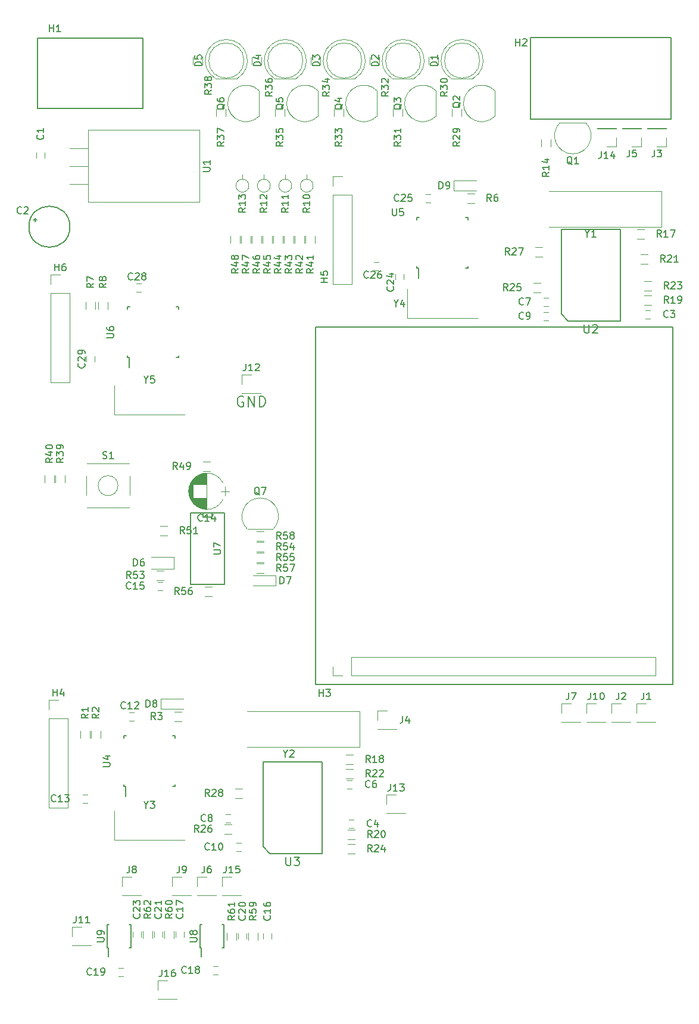
<source format=gbr>
G04 #@! TF.FileFunction,Legend,Top*
%FSLAX46Y46*%
G04 Gerber Fmt 4.6, Leading zero omitted, Abs format (unit mm)*
G04 Created by KiCad (PCBNEW 4.0.6) date 01/21/18 14:08:51*
%MOMM*%
%LPD*%
G01*
G04 APERTURE LIST*
%ADD10C,0.100000*%
%ADD11C,0.150000*%
%ADD12C,0.200000*%
%ADD13C,0.120000*%
G04 APERTURE END LIST*
D10*
D11*
X211455143Y-64528000D02*
X211312286Y-64456571D01*
X211098000Y-64456571D01*
X210883715Y-64528000D01*
X210740857Y-64670857D01*
X210669429Y-64813714D01*
X210598000Y-65099429D01*
X210598000Y-65313714D01*
X210669429Y-65599429D01*
X210740857Y-65742286D01*
X210883715Y-65885143D01*
X211098000Y-65956571D01*
X211240857Y-65956571D01*
X211455143Y-65885143D01*
X211526572Y-65813714D01*
X211526572Y-65313714D01*
X211240857Y-65313714D01*
X212169429Y-65956571D02*
X212169429Y-64456571D01*
X213026572Y-65956571D01*
X213026572Y-64456571D01*
X213740858Y-65956571D02*
X213740858Y-64456571D01*
X214098001Y-64456571D01*
X214312286Y-64528000D01*
X214455144Y-64670857D01*
X214526572Y-64813714D01*
X214598001Y-65099429D01*
X214598001Y-65313714D01*
X214526572Y-65599429D01*
X214455144Y-65742286D01*
X214312286Y-65885143D01*
X214098001Y-65956571D01*
X213740858Y-65956571D01*
D12*
X272542000Y-105410000D02*
X221742000Y-105410000D01*
X272542000Y-54610000D02*
X272542000Y-105410000D01*
X221742000Y-54610000D02*
X272542000Y-54610000D01*
X221742000Y-105410000D02*
X221742000Y-54610000D01*
D11*
X252256000Y-25104000D02*
X252256000Y-13504000D01*
X272256000Y-25104000D02*
X272256000Y-13504000D01*
X272256000Y-13504000D02*
X252256000Y-13504000D01*
X272256000Y-25104000D02*
X252256000Y-25104000D01*
X236151000Y-46297000D02*
X236376000Y-46297000D01*
X236151000Y-39047000D02*
X236476000Y-39047000D01*
X243401000Y-39047000D02*
X243076000Y-39047000D01*
X243401000Y-46297000D02*
X243076000Y-46297000D01*
X236151000Y-46297000D02*
X236151000Y-45972000D01*
X243401000Y-46297000D02*
X243401000Y-45972000D01*
X243401000Y-39047000D02*
X243401000Y-39372000D01*
X236151000Y-39047000D02*
X236151000Y-39372000D01*
X236376000Y-46297000D02*
X236376000Y-47722000D01*
D13*
X247214000Y-24660000D02*
X247214000Y-21060000D01*
X247202478Y-24698478D02*
G75*
G02X242764000Y-22860000I-1838478J1838478D01*
G01*
X247202478Y-21021522D02*
G75*
G03X242764000Y-22860000I-1838478J-1838478D01*
G01*
D11*
X181864000Y-39116000D02*
X181864000Y-39624000D01*
X181610000Y-39370000D02*
X182118000Y-39370000D01*
X186795476Y-40386000D02*
G75*
G03X186795476Y-40386000I-2915476J0D01*
G01*
D13*
X270062000Y-104200000D02*
X270062000Y-101540000D01*
X226822000Y-104200000D02*
X270062000Y-104200000D01*
X226822000Y-101540000D02*
X270062000Y-101540000D01*
X226822000Y-104200000D02*
X226822000Y-101540000D01*
X225552000Y-104200000D02*
X224222000Y-104200000D01*
X224222000Y-104200000D02*
X224222000Y-102870000D01*
X224222000Y-48574000D02*
X226882000Y-48574000D01*
X224222000Y-35814000D02*
X224222000Y-48574000D01*
X226882000Y-35814000D02*
X226882000Y-48574000D01*
X224222000Y-35814000D02*
X226882000Y-35814000D01*
X224222000Y-34544000D02*
X224222000Y-33214000D01*
X224222000Y-33214000D02*
X225552000Y-33214000D01*
X184090000Y-62544000D02*
X186750000Y-62544000D01*
X184090000Y-49784000D02*
X184090000Y-62544000D01*
X186750000Y-49784000D02*
X186750000Y-62544000D01*
X184090000Y-49784000D02*
X186750000Y-49784000D01*
X184090000Y-48514000D02*
X184090000Y-47184000D01*
X184090000Y-47184000D02*
X185420000Y-47184000D01*
X260118000Y-25582000D02*
X256518000Y-25582000D01*
X260156478Y-25593522D02*
G75*
G02X258318000Y-30032000I-1838478J-1838478D01*
G01*
X256479522Y-25593522D02*
G75*
G03X258318000Y-30032000I1838478J-1838478D01*
G01*
X238832000Y-24660000D02*
X238832000Y-21060000D01*
X238820478Y-24698478D02*
G75*
G02X234382000Y-22860000I-1838478J1838478D01*
G01*
X238820478Y-21021522D02*
G75*
G03X234382000Y-22860000I-1838478J-1838478D01*
G01*
X230450000Y-24660000D02*
X230450000Y-21060000D01*
X230438478Y-24698478D02*
G75*
G02X226000000Y-22860000I-1838478J1838478D01*
G01*
X230438478Y-21021522D02*
G75*
G03X226000000Y-22860000I-1838478J-1838478D01*
G01*
X222068000Y-24660000D02*
X222068000Y-21060000D01*
X222056478Y-24698478D02*
G75*
G02X217618000Y-22860000I-1838478J1838478D01*
G01*
X222056478Y-21021522D02*
G75*
G03X217618000Y-22860000I-1838478J-1838478D01*
G01*
X213686000Y-24660000D02*
X213686000Y-21060000D01*
X213674478Y-24698478D02*
G75*
G02X209236000Y-22860000I-1838478J1838478D01*
G01*
X213674478Y-21021522D02*
G75*
G03X209236000Y-22860000I-1838478J-1838478D01*
G01*
X212068000Y-83384000D02*
X215668000Y-83384000D01*
X212029522Y-83372478D02*
G75*
G02X213868000Y-78934000I1838478J1838478D01*
G01*
X215706478Y-83372478D02*
G75*
G03X213868000Y-78934000I-1838478J1838478D01*
G01*
X193640214Y-77180000D02*
G75*
G03X193640214Y-77180000I-1414214J0D01*
G01*
X189256000Y-80300000D02*
X195196000Y-80300000D01*
X189256000Y-74060000D02*
X195196000Y-74060000D01*
X189106000Y-78520000D02*
X189106000Y-75840000D01*
X195346000Y-75840000D02*
X195346000Y-78520000D01*
D11*
X214240000Y-128451000D02*
X215240000Y-129451000D01*
X215240000Y-129451000D02*
X222640000Y-129451000D01*
X222640000Y-129451000D02*
X222640000Y-116421000D01*
X222640000Y-116421000D02*
X214240000Y-116421000D01*
X214240000Y-116421000D02*
X214240000Y-128451000D01*
X192127000Y-142899000D02*
X192302000Y-142899000D01*
X192127000Y-139549000D02*
X192377000Y-139549000D01*
X195477000Y-139549000D02*
X195227000Y-139549000D01*
X195477000Y-142899000D02*
X195227000Y-142899000D01*
X192127000Y-142899000D02*
X192127000Y-139549000D01*
X195477000Y-142899000D02*
X195477000Y-139549000D01*
X192302000Y-142899000D02*
X192302000Y-144149000D01*
D13*
X183226000Y-29876000D02*
X183226000Y-30576000D01*
X182026000Y-30576000D02*
X182026000Y-29876000D01*
X268636000Y-52232000D02*
X269336000Y-52232000D01*
X269336000Y-53432000D02*
X268636000Y-53432000D01*
X227172000Y-125822000D02*
X226472000Y-125822000D01*
X226472000Y-124622000D02*
X227172000Y-124622000D01*
X226918000Y-120234000D02*
X226218000Y-120234000D01*
X226218000Y-119034000D02*
X226918000Y-119034000D01*
X254858000Y-51654000D02*
X254158000Y-51654000D01*
X254158000Y-50454000D02*
X254858000Y-50454000D01*
X208946000Y-123860000D02*
X209646000Y-123860000D01*
X209646000Y-125060000D02*
X208946000Y-125060000D01*
X254858000Y-53686000D02*
X254158000Y-53686000D01*
X254158000Y-52486000D02*
X254858000Y-52486000D01*
X211170000Y-129124000D02*
X210470000Y-129124000D01*
X210470000Y-127924000D02*
X211170000Y-127924000D01*
X195930000Y-110582000D02*
X195230000Y-110582000D01*
X195230000Y-109382000D02*
X195930000Y-109382000D01*
X188626000Y-121066000D02*
X189326000Y-121066000D01*
X189326000Y-122266000D02*
X188626000Y-122266000D01*
X203958278Y-79157723D02*
G75*
G03X208569580Y-79158000I2305722J1179723D01*
G01*
X203958278Y-76798277D02*
G75*
G02X208569580Y-76798000I2305722J-1179723D01*
G01*
X203958278Y-76798277D02*
G75*
G03X203958420Y-79158000I2305722J-1179723D01*
G01*
X206264000Y-80528000D02*
X206264000Y-75428000D01*
X206224000Y-80528000D02*
X206224000Y-78958000D01*
X206224000Y-76998000D02*
X206224000Y-75428000D01*
X206184000Y-80527000D02*
X206184000Y-78958000D01*
X206184000Y-76998000D02*
X206184000Y-75429000D01*
X206144000Y-80526000D02*
X206144000Y-78958000D01*
X206144000Y-76998000D02*
X206144000Y-75430000D01*
X206104000Y-80524000D02*
X206104000Y-78958000D01*
X206104000Y-76998000D02*
X206104000Y-75432000D01*
X206064000Y-80521000D02*
X206064000Y-78958000D01*
X206064000Y-76998000D02*
X206064000Y-75435000D01*
X206024000Y-80517000D02*
X206024000Y-78958000D01*
X206024000Y-76998000D02*
X206024000Y-75439000D01*
X205984000Y-80513000D02*
X205984000Y-78958000D01*
X205984000Y-76998000D02*
X205984000Y-75443000D01*
X205944000Y-80509000D02*
X205944000Y-78958000D01*
X205944000Y-76998000D02*
X205944000Y-75447000D01*
X205904000Y-80503000D02*
X205904000Y-78958000D01*
X205904000Y-76998000D02*
X205904000Y-75453000D01*
X205864000Y-80497000D02*
X205864000Y-78958000D01*
X205864000Y-76998000D02*
X205864000Y-75459000D01*
X205824000Y-80491000D02*
X205824000Y-78958000D01*
X205824000Y-76998000D02*
X205824000Y-75465000D01*
X205784000Y-80484000D02*
X205784000Y-78958000D01*
X205784000Y-76998000D02*
X205784000Y-75472000D01*
X205744000Y-80476000D02*
X205744000Y-78958000D01*
X205744000Y-76998000D02*
X205744000Y-75480000D01*
X205704000Y-80467000D02*
X205704000Y-78958000D01*
X205704000Y-76998000D02*
X205704000Y-75489000D01*
X205664000Y-80458000D02*
X205664000Y-78958000D01*
X205664000Y-76998000D02*
X205664000Y-75498000D01*
X205624000Y-80448000D02*
X205624000Y-78958000D01*
X205624000Y-76998000D02*
X205624000Y-75508000D01*
X205584000Y-80438000D02*
X205584000Y-78958000D01*
X205584000Y-76998000D02*
X205584000Y-75518000D01*
X205543000Y-80426000D02*
X205543000Y-78958000D01*
X205543000Y-76998000D02*
X205543000Y-75530000D01*
X205503000Y-80414000D02*
X205503000Y-78958000D01*
X205503000Y-76998000D02*
X205503000Y-75542000D01*
X205463000Y-80402000D02*
X205463000Y-78958000D01*
X205463000Y-76998000D02*
X205463000Y-75554000D01*
X205423000Y-80388000D02*
X205423000Y-78958000D01*
X205423000Y-76998000D02*
X205423000Y-75568000D01*
X205383000Y-80374000D02*
X205383000Y-78958000D01*
X205383000Y-76998000D02*
X205383000Y-75582000D01*
X205343000Y-80360000D02*
X205343000Y-78958000D01*
X205343000Y-76998000D02*
X205343000Y-75596000D01*
X205303000Y-80344000D02*
X205303000Y-78958000D01*
X205303000Y-76998000D02*
X205303000Y-75612000D01*
X205263000Y-80328000D02*
X205263000Y-78958000D01*
X205263000Y-76998000D02*
X205263000Y-75628000D01*
X205223000Y-80311000D02*
X205223000Y-78958000D01*
X205223000Y-76998000D02*
X205223000Y-75645000D01*
X205183000Y-80293000D02*
X205183000Y-78958000D01*
X205183000Y-76998000D02*
X205183000Y-75663000D01*
X205143000Y-80274000D02*
X205143000Y-78958000D01*
X205143000Y-76998000D02*
X205143000Y-75682000D01*
X205103000Y-80254000D02*
X205103000Y-78958000D01*
X205103000Y-76998000D02*
X205103000Y-75702000D01*
X205063000Y-80234000D02*
X205063000Y-78958000D01*
X205063000Y-76998000D02*
X205063000Y-75722000D01*
X205023000Y-80212000D02*
X205023000Y-78958000D01*
X205023000Y-76998000D02*
X205023000Y-75744000D01*
X204983000Y-80190000D02*
X204983000Y-78958000D01*
X204983000Y-76998000D02*
X204983000Y-75766000D01*
X204943000Y-80167000D02*
X204943000Y-78958000D01*
X204943000Y-76998000D02*
X204943000Y-75789000D01*
X204903000Y-80143000D02*
X204903000Y-78958000D01*
X204903000Y-76998000D02*
X204903000Y-75813000D01*
X204863000Y-80118000D02*
X204863000Y-78958000D01*
X204863000Y-76998000D02*
X204863000Y-75838000D01*
X204823000Y-80091000D02*
X204823000Y-78958000D01*
X204823000Y-76998000D02*
X204823000Y-75865000D01*
X204783000Y-80064000D02*
X204783000Y-78958000D01*
X204783000Y-76998000D02*
X204783000Y-75892000D01*
X204743000Y-80036000D02*
X204743000Y-78958000D01*
X204743000Y-76998000D02*
X204743000Y-75920000D01*
X204703000Y-80006000D02*
X204703000Y-78958000D01*
X204703000Y-76998000D02*
X204703000Y-75950000D01*
X204663000Y-79975000D02*
X204663000Y-78958000D01*
X204663000Y-76998000D02*
X204663000Y-75981000D01*
X204623000Y-79943000D02*
X204623000Y-78958000D01*
X204623000Y-76998000D02*
X204623000Y-76013000D01*
X204583000Y-79910000D02*
X204583000Y-78958000D01*
X204583000Y-76998000D02*
X204583000Y-76046000D01*
X204543000Y-79875000D02*
X204543000Y-78958000D01*
X204543000Y-76998000D02*
X204543000Y-76081000D01*
X204503000Y-79839000D02*
X204503000Y-78958000D01*
X204503000Y-76998000D02*
X204503000Y-76117000D01*
X204463000Y-79801000D02*
X204463000Y-78958000D01*
X204463000Y-76998000D02*
X204463000Y-76155000D01*
X204423000Y-79761000D02*
X204423000Y-78958000D01*
X204423000Y-76998000D02*
X204423000Y-76195000D01*
X204383000Y-79720000D02*
X204383000Y-78958000D01*
X204383000Y-76998000D02*
X204383000Y-76236000D01*
X204343000Y-79677000D02*
X204343000Y-78958000D01*
X204343000Y-76998000D02*
X204343000Y-76279000D01*
X204303000Y-79632000D02*
X204303000Y-78958000D01*
X204303000Y-76998000D02*
X204303000Y-76324000D01*
X204263000Y-79584000D02*
X204263000Y-76372000D01*
X204223000Y-79534000D02*
X204223000Y-76422000D01*
X204183000Y-79482000D02*
X204183000Y-76474000D01*
X204143000Y-79426000D02*
X204143000Y-76530000D01*
X204103000Y-79368000D02*
X204103000Y-76588000D01*
X204063000Y-79305000D02*
X204063000Y-76651000D01*
X204023000Y-79239000D02*
X204023000Y-76717000D01*
X203983000Y-79167000D02*
X203983000Y-76789000D01*
X203943000Y-79090000D02*
X203943000Y-76866000D01*
X203903000Y-79006000D02*
X203903000Y-76950000D01*
X203863000Y-78912000D02*
X203863000Y-77044000D01*
X203823000Y-78807000D02*
X203823000Y-77149000D01*
X203783000Y-78685000D02*
X203783000Y-77271000D01*
X203743000Y-78537000D02*
X203743000Y-77419000D01*
X203703000Y-78332000D02*
X203703000Y-77624000D01*
X209464000Y-77978000D02*
X208264000Y-77978000D01*
X208864000Y-78628000D02*
X208864000Y-77328000D01*
X199994000Y-92040000D02*
X199294000Y-92040000D01*
X199294000Y-90840000D02*
X199994000Y-90840000D01*
X214284000Y-141574000D02*
X214284000Y-140874000D01*
X215484000Y-140874000D02*
X215484000Y-141574000D01*
X203038000Y-140620000D02*
X203038000Y-141320000D01*
X201838000Y-141320000D02*
X201838000Y-140620000D01*
X207168000Y-145450000D02*
X207868000Y-145450000D01*
X207868000Y-146650000D02*
X207168000Y-146650000D01*
X193706000Y-145704000D02*
X194406000Y-145704000D01*
X194406000Y-146904000D02*
X193706000Y-146904000D01*
X211928000Y-140874000D02*
X211928000Y-141574000D01*
X210728000Y-141574000D02*
X210728000Y-140874000D01*
X199990000Y-140620000D02*
X199990000Y-141320000D01*
X198790000Y-141320000D02*
X198790000Y-140620000D01*
X196942000Y-140620000D02*
X196942000Y-141320000D01*
X195742000Y-141320000D02*
X195742000Y-140620000D01*
X212868000Y-89928000D02*
X216068000Y-89928000D01*
X216068000Y-91428000D02*
X212868000Y-91428000D01*
X216068000Y-91428000D02*
X216068000Y-89928000D01*
D11*
X182158000Y-18542000D02*
X182158000Y-23542000D01*
X182158000Y-18542000D02*
X182158000Y-13542000D01*
X184658000Y-23542000D02*
X182158000Y-23542000D01*
X184658000Y-23542000D02*
X197158000Y-23542000D01*
X197158000Y-18542000D02*
X197158000Y-23542000D01*
X197158000Y-18542000D02*
X197158000Y-13542000D01*
X182158000Y-13542000D02*
X184658000Y-13542000D01*
X184658000Y-13542000D02*
X197158000Y-13542000D01*
D13*
X183836000Y-122996000D02*
X186496000Y-122996000D01*
X183836000Y-110236000D02*
X183836000Y-122996000D01*
X186496000Y-110236000D02*
X186496000Y-122996000D01*
X183836000Y-110236000D02*
X186496000Y-110236000D01*
X183836000Y-108966000D02*
X183836000Y-107636000D01*
X183836000Y-107636000D02*
X185166000Y-107636000D01*
X253828000Y-28948000D02*
X253828000Y-27948000D01*
X255188000Y-27948000D02*
X255188000Y-28948000D01*
X268470000Y-42082000D02*
X267470000Y-42082000D01*
X267470000Y-40722000D02*
X268470000Y-40722000D01*
X227068000Y-116758000D02*
X226068000Y-116758000D01*
X226068000Y-115398000D02*
X227068000Y-115398000D01*
X269486000Y-51480000D02*
X268486000Y-51480000D01*
X268486000Y-50120000D02*
X269486000Y-50120000D01*
X227322000Y-127426000D02*
X226322000Y-127426000D01*
X226322000Y-126066000D02*
X227322000Y-126066000D01*
X267978000Y-44278000D02*
X268978000Y-44278000D01*
X268978000Y-45638000D02*
X267978000Y-45638000D01*
X226068000Y-117430000D02*
X227068000Y-117430000D01*
X227068000Y-118790000D02*
X226068000Y-118790000D01*
X269486000Y-49448000D02*
X268486000Y-49448000D01*
X268486000Y-48088000D02*
X269486000Y-48088000D01*
X227322000Y-129458000D02*
X226322000Y-129458000D01*
X226322000Y-128098000D02*
X227322000Y-128098000D01*
X252738000Y-48342000D02*
X253738000Y-48342000D01*
X253738000Y-49702000D02*
X252738000Y-49702000D01*
X208796000Y-125304000D02*
X209796000Y-125304000D01*
X209796000Y-126664000D02*
X208796000Y-126664000D01*
X252992000Y-43262000D02*
X253992000Y-43262000D01*
X253992000Y-44622000D02*
X252992000Y-44622000D01*
X210320000Y-120224000D02*
X211320000Y-120224000D01*
X211320000Y-121584000D02*
X210320000Y-121584000D01*
X241128000Y-24630000D02*
X241128000Y-23630000D01*
X242488000Y-23630000D02*
X242488000Y-24630000D01*
X237826000Y-17264000D02*
X237826000Y-16264000D01*
X239186000Y-16264000D02*
X239186000Y-17264000D01*
X232746000Y-24630000D02*
X232746000Y-23630000D01*
X234106000Y-23630000D02*
X234106000Y-24630000D01*
X229444000Y-17264000D02*
X229444000Y-16264000D01*
X230804000Y-16264000D02*
X230804000Y-17264000D01*
X224364000Y-24630000D02*
X224364000Y-23630000D01*
X225724000Y-23630000D02*
X225724000Y-24630000D01*
X221062000Y-17264000D02*
X221062000Y-16264000D01*
X222422000Y-16264000D02*
X222422000Y-17264000D01*
X215982000Y-24630000D02*
X215982000Y-23630000D01*
X217342000Y-23630000D02*
X217342000Y-24630000D01*
X212680000Y-17264000D02*
X212680000Y-16264000D01*
X214040000Y-16264000D02*
X214040000Y-17264000D01*
X207600000Y-24630000D02*
X207600000Y-23630000D01*
X208960000Y-23630000D02*
X208960000Y-24630000D01*
X204298000Y-17264000D02*
X204298000Y-16264000D01*
X205658000Y-16264000D02*
X205658000Y-17264000D01*
X186100000Y-75700000D02*
X186100000Y-76700000D01*
X184740000Y-76700000D02*
X184740000Y-75700000D01*
X183216000Y-76700000D02*
X183216000Y-75700000D01*
X184576000Y-75700000D02*
X184576000Y-76700000D01*
X220300000Y-42664000D02*
X220300000Y-41664000D01*
X221660000Y-41664000D02*
X221660000Y-42664000D01*
X220136000Y-41664000D02*
X220136000Y-42664000D01*
X218776000Y-42664000D02*
X218776000Y-41664000D01*
X217252000Y-42664000D02*
X217252000Y-41664000D01*
X218612000Y-41664000D02*
X218612000Y-42664000D01*
X217088000Y-41664000D02*
X217088000Y-42664000D01*
X215728000Y-42664000D02*
X215728000Y-41664000D01*
X214204000Y-42664000D02*
X214204000Y-41664000D01*
X215564000Y-41664000D02*
X215564000Y-42664000D01*
X214040000Y-41664000D02*
X214040000Y-42664000D01*
X212680000Y-42664000D02*
X212680000Y-41664000D01*
X211156000Y-42664000D02*
X211156000Y-41664000D01*
X212516000Y-41664000D02*
X212516000Y-42664000D01*
X210992000Y-41664000D02*
X210992000Y-42664000D01*
X209632000Y-42664000D02*
X209632000Y-41664000D01*
X205748000Y-73742000D02*
X206748000Y-73742000D01*
X206748000Y-75102000D02*
X205748000Y-75102000D01*
X199652000Y-82886000D02*
X200652000Y-82886000D01*
X200652000Y-84246000D02*
X199652000Y-84246000D01*
X199144000Y-89236000D02*
X200144000Y-89236000D01*
X200144000Y-90596000D02*
X199144000Y-90596000D01*
X214368000Y-86532000D02*
X213368000Y-86532000D01*
X213368000Y-85172000D02*
X214368000Y-85172000D01*
X214368000Y-88056000D02*
X213368000Y-88056000D01*
X213368000Y-86696000D02*
X214368000Y-86696000D01*
X206002000Y-91522000D02*
X207002000Y-91522000D01*
X207002000Y-92882000D02*
X206002000Y-92882000D01*
X213368000Y-88220000D02*
X214368000Y-88220000D01*
X214368000Y-89580000D02*
X213368000Y-89580000D01*
X214368000Y-85008000D02*
X213368000Y-85008000D01*
X213368000Y-83648000D02*
X214368000Y-83648000D01*
X212172000Y-141724000D02*
X212172000Y-140724000D01*
X213532000Y-140724000D02*
X213532000Y-141724000D01*
X200234000Y-141470000D02*
X200234000Y-140470000D01*
X201594000Y-140470000D02*
X201594000Y-141470000D01*
X210484000Y-140724000D02*
X210484000Y-141724000D01*
X209124000Y-141724000D02*
X209124000Y-140724000D01*
X198546000Y-140470000D02*
X198546000Y-141470000D01*
X197186000Y-141470000D02*
X197186000Y-140470000D01*
D11*
X256658000Y-52759000D02*
X257658000Y-53759000D01*
X257658000Y-53759000D02*
X265058000Y-53759000D01*
X265058000Y-53759000D02*
X265058000Y-40729000D01*
X265058000Y-40729000D02*
X256658000Y-40729000D01*
X256658000Y-40729000D02*
X256658000Y-52759000D01*
X208788000Y-91186000D02*
X203962000Y-91186000D01*
X203962000Y-91186000D02*
X203962000Y-81026000D01*
X203962000Y-81026000D02*
X208788000Y-81026000D01*
X208788000Y-81026000D02*
X208788000Y-91186000D01*
X207010000Y-81026000D02*
X207010000Y-81661000D01*
X207010000Y-81661000D02*
X205740000Y-81661000D01*
X205740000Y-81661000D02*
X205740000Y-81026000D01*
X205335000Y-142899000D02*
X205510000Y-142899000D01*
X205335000Y-139549000D02*
X205585000Y-139549000D01*
X208685000Y-139549000D02*
X208435000Y-139549000D01*
X208685000Y-142899000D02*
X208435000Y-142899000D01*
X205335000Y-142899000D02*
X205335000Y-139549000D01*
X208685000Y-142899000D02*
X208685000Y-139549000D01*
X205510000Y-142899000D02*
X205510000Y-144149000D01*
D13*
X242570462Y-13774000D02*
G75*
G03X241025170Y-19324000I-462J-2990000D01*
G01*
X242569538Y-13774000D02*
G75*
G02X244114830Y-19324000I462J-2990000D01*
G01*
X245070000Y-16764000D02*
G75*
G03X245070000Y-16764000I-2500000J0D01*
G01*
X241025000Y-19324000D02*
X244115000Y-19324000D01*
X234188462Y-13774000D02*
G75*
G03X232643170Y-19324000I-462J-2990000D01*
G01*
X234187538Y-13774000D02*
G75*
G02X235732830Y-19324000I462J-2990000D01*
G01*
X236688000Y-16764000D02*
G75*
G03X236688000Y-16764000I-2500000J0D01*
G01*
X232643000Y-19324000D02*
X235733000Y-19324000D01*
X225806462Y-13774000D02*
G75*
G03X224261170Y-19324000I-462J-2990000D01*
G01*
X225805538Y-13774000D02*
G75*
G02X227350830Y-19324000I462J-2990000D01*
G01*
X228306000Y-16764000D02*
G75*
G03X228306000Y-16764000I-2500000J0D01*
G01*
X224261000Y-19324000D02*
X227351000Y-19324000D01*
X217424462Y-13774000D02*
G75*
G03X215879170Y-19324000I-462J-2990000D01*
G01*
X217423538Y-13774000D02*
G75*
G02X218968830Y-19324000I462J-2990000D01*
G01*
X219924000Y-16764000D02*
G75*
G03X219924000Y-16764000I-2500000J0D01*
G01*
X215879000Y-19324000D02*
X218969000Y-19324000D01*
X209042462Y-13774000D02*
G75*
G03X207497170Y-19324000I-462J-2990000D01*
G01*
X209041538Y-13774000D02*
G75*
G02X210586830Y-19324000I462J-2990000D01*
G01*
X211542000Y-16764000D02*
G75*
G03X211542000Y-16764000I-2500000J0D01*
G01*
X207497000Y-19324000D02*
X210587000Y-19324000D01*
X189364000Y-26630000D02*
X189364000Y-36870000D01*
X205254000Y-26630000D02*
X205254000Y-36870000D01*
X205254000Y-26630000D02*
X189364000Y-26630000D01*
X205254000Y-36870000D02*
X189364000Y-36870000D01*
X189364000Y-29210000D02*
X186724000Y-29210000D01*
X189364000Y-31750000D02*
X186740000Y-31750000D01*
X189364000Y-34290000D02*
X186740000Y-34290000D01*
X254958000Y-40396000D02*
X270933000Y-40396000D01*
X270933000Y-40396000D02*
X270933000Y-35296000D01*
X270933000Y-35296000D02*
X254958000Y-35296000D01*
X212032000Y-114310000D02*
X228007000Y-114310000D01*
X228007000Y-114310000D02*
X228007000Y-109210000D01*
X228007000Y-109210000D02*
X212032000Y-109210000D01*
X201544000Y-88988000D02*
X201544000Y-87288000D01*
X201544000Y-87288000D02*
X198394000Y-87288000D01*
X201544000Y-88988000D02*
X198394000Y-88988000D01*
X267402000Y-110804000D02*
X270062000Y-110804000D01*
X267402000Y-110744000D02*
X267402000Y-110804000D01*
X270062000Y-110744000D02*
X270062000Y-110804000D01*
X267402000Y-110744000D02*
X270062000Y-110744000D01*
X267402000Y-109474000D02*
X267402000Y-108144000D01*
X267402000Y-108144000D02*
X268732000Y-108144000D01*
X263846000Y-110804000D02*
X266506000Y-110804000D01*
X263846000Y-110744000D02*
X263846000Y-110804000D01*
X266506000Y-110744000D02*
X266506000Y-110804000D01*
X263846000Y-110744000D02*
X266506000Y-110744000D01*
X263846000Y-109474000D02*
X263846000Y-108144000D01*
X263846000Y-108144000D02*
X265176000Y-108144000D01*
X271586000Y-26356000D02*
X268926000Y-26356000D01*
X271586000Y-26416000D02*
X271586000Y-26356000D01*
X268926000Y-26416000D02*
X268926000Y-26356000D01*
X271586000Y-26416000D02*
X268926000Y-26416000D01*
X271586000Y-27686000D02*
X271586000Y-29016000D01*
X271586000Y-29016000D02*
X270256000Y-29016000D01*
X230572000Y-111820000D02*
X233232000Y-111820000D01*
X230572000Y-111760000D02*
X230572000Y-111820000D01*
X233232000Y-111760000D02*
X233232000Y-111820000D01*
X230572000Y-111760000D02*
X233232000Y-111760000D01*
X230572000Y-110490000D02*
X230572000Y-109160000D01*
X230572000Y-109160000D02*
X231902000Y-109160000D01*
X268030000Y-26356000D02*
X265370000Y-26356000D01*
X268030000Y-26416000D02*
X268030000Y-26356000D01*
X265370000Y-26416000D02*
X265370000Y-26356000D01*
X268030000Y-26416000D02*
X265370000Y-26416000D01*
X268030000Y-27686000D02*
X268030000Y-29016000D01*
X268030000Y-29016000D02*
X266700000Y-29016000D01*
X204918000Y-135442000D02*
X207578000Y-135442000D01*
X204918000Y-135382000D02*
X204918000Y-135442000D01*
X207578000Y-135382000D02*
X207578000Y-135442000D01*
X204918000Y-135382000D02*
X207578000Y-135382000D01*
X204918000Y-134112000D02*
X204918000Y-132782000D01*
X204918000Y-132782000D02*
X206248000Y-132782000D01*
X256734000Y-110804000D02*
X259394000Y-110804000D01*
X256734000Y-110744000D02*
X256734000Y-110804000D01*
X259394000Y-110744000D02*
X259394000Y-110804000D01*
X256734000Y-110744000D02*
X259394000Y-110744000D01*
X256734000Y-109474000D02*
X256734000Y-108144000D01*
X256734000Y-108144000D02*
X258064000Y-108144000D01*
X194250000Y-135442000D02*
X196910000Y-135442000D01*
X194250000Y-135382000D02*
X194250000Y-135442000D01*
X196910000Y-135382000D02*
X196910000Y-135442000D01*
X194250000Y-135382000D02*
X196910000Y-135382000D01*
X194250000Y-134112000D02*
X194250000Y-132782000D01*
X194250000Y-132782000D02*
X195580000Y-132782000D01*
X201362000Y-135442000D02*
X204022000Y-135442000D01*
X201362000Y-135382000D02*
X201362000Y-135442000D01*
X204022000Y-135382000D02*
X204022000Y-135442000D01*
X201362000Y-135382000D02*
X204022000Y-135382000D01*
X201362000Y-134112000D02*
X201362000Y-132782000D01*
X201362000Y-132782000D02*
X202692000Y-132782000D01*
X260290000Y-110804000D02*
X262950000Y-110804000D01*
X260290000Y-110744000D02*
X260290000Y-110804000D01*
X262950000Y-110744000D02*
X262950000Y-110804000D01*
X260290000Y-110744000D02*
X262950000Y-110744000D01*
X260290000Y-109474000D02*
X260290000Y-108144000D01*
X260290000Y-108144000D02*
X261620000Y-108144000D01*
X187138000Y-142554000D02*
X189798000Y-142554000D01*
X187138000Y-142494000D02*
X187138000Y-142554000D01*
X189798000Y-142494000D02*
X189798000Y-142554000D01*
X187138000Y-142494000D02*
X189798000Y-142494000D01*
X187138000Y-141224000D02*
X187138000Y-139894000D01*
X187138000Y-139894000D02*
X188468000Y-139894000D01*
X211268000Y-64068000D02*
X213928000Y-64068000D01*
X211268000Y-64008000D02*
X211268000Y-64068000D01*
X213928000Y-64008000D02*
X213928000Y-64068000D01*
X211268000Y-64008000D02*
X213928000Y-64008000D01*
X211268000Y-62738000D02*
X211268000Y-61408000D01*
X211268000Y-61408000D02*
X212598000Y-61408000D01*
X231842000Y-123758000D02*
X234502000Y-123758000D01*
X231842000Y-123698000D02*
X231842000Y-123758000D01*
X234502000Y-123698000D02*
X234502000Y-123758000D01*
X231842000Y-123698000D02*
X234502000Y-123698000D01*
X231842000Y-122428000D02*
X231842000Y-121098000D01*
X231842000Y-121098000D02*
X233172000Y-121098000D01*
X264474000Y-26356000D02*
X261814000Y-26356000D01*
X264474000Y-26416000D02*
X264474000Y-26356000D01*
X261814000Y-26416000D02*
X261814000Y-26356000D01*
X264474000Y-26416000D02*
X261814000Y-26416000D01*
X264474000Y-27686000D02*
X264474000Y-29016000D01*
X264474000Y-29016000D02*
X263144000Y-29016000D01*
X208474000Y-135442000D02*
X211134000Y-135442000D01*
X208474000Y-135382000D02*
X208474000Y-135442000D01*
X211134000Y-135382000D02*
X211134000Y-135442000D01*
X208474000Y-135382000D02*
X211134000Y-135382000D01*
X208474000Y-134112000D02*
X208474000Y-132782000D01*
X208474000Y-132782000D02*
X209804000Y-132782000D01*
X199330000Y-150174000D02*
X201990000Y-150174000D01*
X199330000Y-150114000D02*
X199330000Y-150174000D01*
X201990000Y-150114000D02*
X201990000Y-150174000D01*
X199330000Y-150114000D02*
X201990000Y-150114000D01*
X199330000Y-148844000D02*
X199330000Y-147514000D01*
X199330000Y-147514000D02*
X200660000Y-147514000D01*
X233080000Y-47848000D02*
X233080000Y-47148000D01*
X234280000Y-47148000D02*
X234280000Y-47848000D01*
X238094000Y-36922000D02*
X237394000Y-36922000D01*
X237394000Y-35722000D02*
X238094000Y-35722000D01*
X230028000Y-45374000D02*
X230728000Y-45374000D01*
X230728000Y-46574000D02*
X230028000Y-46574000D01*
X196946000Y-49622000D02*
X196246000Y-49622000D01*
X196246000Y-48422000D02*
X196946000Y-48422000D01*
X189138000Y-59532000D02*
X189138000Y-58832000D01*
X190338000Y-58832000D02*
X190338000Y-59532000D01*
X202930000Y-108954000D02*
X199730000Y-108954000D01*
X199730000Y-107454000D02*
X202930000Y-107454000D01*
X199730000Y-107454000D02*
X199730000Y-108954000D01*
X244586000Y-35294000D02*
X241386000Y-35294000D01*
X241386000Y-33794000D02*
X244586000Y-33794000D01*
X241386000Y-33794000D02*
X241386000Y-35294000D01*
X188296000Y-113022000D02*
X188296000Y-112022000D01*
X189656000Y-112022000D02*
X189656000Y-113022000D01*
X189820000Y-113022000D02*
X189820000Y-112022000D01*
X191180000Y-112022000D02*
X191180000Y-113022000D01*
X201684000Y-109302000D02*
X202684000Y-109302000D01*
X202684000Y-110662000D02*
X201684000Y-110662000D01*
X243340000Y-35642000D02*
X244340000Y-35642000D01*
X244340000Y-37002000D02*
X243340000Y-37002000D01*
X189058000Y-52062000D02*
X189058000Y-51062000D01*
X190418000Y-51062000D02*
X190418000Y-52062000D01*
X190836000Y-52062000D02*
X190836000Y-51062000D01*
X192196000Y-51062000D02*
X192196000Y-52062000D01*
X193145000Y-123376000D02*
X193145000Y-127576000D01*
X193145000Y-127576000D02*
X203095000Y-127576000D01*
X234801000Y-49208000D02*
X234801000Y-53408000D01*
X234801000Y-53408000D02*
X244751000Y-53408000D01*
X193145000Y-62924000D02*
X193145000Y-67124000D01*
X193145000Y-67124000D02*
X203095000Y-67124000D01*
D11*
X194495000Y-119957000D02*
X194720000Y-119957000D01*
X194495000Y-112707000D02*
X194820000Y-112707000D01*
X201745000Y-112707000D02*
X201420000Y-112707000D01*
X201745000Y-119957000D02*
X201420000Y-119957000D01*
X194495000Y-119957000D02*
X194495000Y-119632000D01*
X201745000Y-119957000D02*
X201745000Y-119632000D01*
X201745000Y-112707000D02*
X201745000Y-113032000D01*
X194495000Y-112707000D02*
X194495000Y-113032000D01*
X194720000Y-119957000D02*
X194720000Y-121382000D01*
X195003000Y-58997000D02*
X195228000Y-58997000D01*
X195003000Y-51747000D02*
X195328000Y-51747000D01*
X202253000Y-51747000D02*
X201928000Y-51747000D01*
X202253000Y-58997000D02*
X201928000Y-58997000D01*
X195003000Y-58997000D02*
X195003000Y-58672000D01*
X202253000Y-58997000D02*
X202253000Y-58672000D01*
X202253000Y-51747000D02*
X202253000Y-52072000D01*
X195003000Y-51747000D02*
X195003000Y-52072000D01*
X195228000Y-58997000D02*
X195228000Y-60422000D01*
D13*
X221392000Y-34544000D02*
G75*
G03X221392000Y-34544000I-920000J0D01*
G01*
X220472000Y-33624000D02*
X220472000Y-33004000D01*
X218344000Y-34544000D02*
G75*
G03X218344000Y-34544000I-920000J0D01*
G01*
X217424000Y-33624000D02*
X217424000Y-33004000D01*
X215296000Y-34544000D02*
G75*
G03X215296000Y-34544000I-920000J0D01*
G01*
X214376000Y-33624000D02*
X214376000Y-33004000D01*
X212248000Y-34544000D02*
G75*
G03X212248000Y-34544000I-920000J0D01*
G01*
X211328000Y-33624000D02*
X211328000Y-33004000D01*
D11*
X250190095Y-14676381D02*
X250190095Y-13676381D01*
X250190095Y-14152571D02*
X250761524Y-14152571D01*
X250761524Y-14676381D02*
X250761524Y-13676381D01*
X251190095Y-13771619D02*
X251237714Y-13724000D01*
X251332952Y-13676381D01*
X251571048Y-13676381D01*
X251666286Y-13724000D01*
X251713905Y-13771619D01*
X251761524Y-13866857D01*
X251761524Y-13962095D01*
X251713905Y-14104952D01*
X251142476Y-14676381D01*
X251761524Y-14676381D01*
X232664095Y-37806381D02*
X232664095Y-38615905D01*
X232711714Y-38711143D01*
X232759333Y-38758762D01*
X232854571Y-38806381D01*
X233045048Y-38806381D01*
X233140286Y-38758762D01*
X233187905Y-38711143D01*
X233235524Y-38615905D01*
X233235524Y-37806381D01*
X234187905Y-37806381D02*
X233711714Y-37806381D01*
X233664095Y-38282571D01*
X233711714Y-38234952D01*
X233806952Y-38187333D01*
X234045048Y-38187333D01*
X234140286Y-38234952D01*
X234187905Y-38282571D01*
X234235524Y-38377810D01*
X234235524Y-38615905D01*
X234187905Y-38711143D01*
X234140286Y-38758762D01*
X234045048Y-38806381D01*
X233806952Y-38806381D01*
X233711714Y-38758762D01*
X233664095Y-38711143D01*
X242355619Y-22701238D02*
X242308000Y-22796476D01*
X242212762Y-22891714D01*
X242069905Y-23034571D01*
X242022286Y-23129810D01*
X242022286Y-23225048D01*
X242260381Y-23177429D02*
X242212762Y-23272667D01*
X242117524Y-23367905D01*
X241927048Y-23415524D01*
X241593714Y-23415524D01*
X241403238Y-23367905D01*
X241308000Y-23272667D01*
X241260381Y-23177429D01*
X241260381Y-22986952D01*
X241308000Y-22891714D01*
X241403238Y-22796476D01*
X241593714Y-22748857D01*
X241927048Y-22748857D01*
X242117524Y-22796476D01*
X242212762Y-22891714D01*
X242260381Y-22986952D01*
X242260381Y-23177429D01*
X241355619Y-22367905D02*
X241308000Y-22320286D01*
X241260381Y-22225048D01*
X241260381Y-21986952D01*
X241308000Y-21891714D01*
X241355619Y-21844095D01*
X241450857Y-21796476D01*
X241546095Y-21796476D01*
X241688952Y-21844095D01*
X242260381Y-22415524D01*
X242260381Y-21796476D01*
X179919334Y-38457143D02*
X179871715Y-38504762D01*
X179728858Y-38552381D01*
X179633620Y-38552381D01*
X179490762Y-38504762D01*
X179395524Y-38409524D01*
X179347905Y-38314286D01*
X179300286Y-38123810D01*
X179300286Y-37980952D01*
X179347905Y-37790476D01*
X179395524Y-37695238D01*
X179490762Y-37600000D01*
X179633620Y-37552381D01*
X179728858Y-37552381D01*
X179871715Y-37600000D01*
X179919334Y-37647619D01*
X180300286Y-37647619D02*
X180347905Y-37600000D01*
X180443143Y-37552381D01*
X180681239Y-37552381D01*
X180776477Y-37600000D01*
X180824096Y-37647619D01*
X180871715Y-37742857D01*
X180871715Y-37838095D01*
X180824096Y-37980952D01*
X180252667Y-38552381D01*
X180871715Y-38552381D01*
X222250095Y-107132381D02*
X222250095Y-106132381D01*
X222250095Y-106608571D02*
X222821524Y-106608571D01*
X222821524Y-107132381D02*
X222821524Y-106132381D01*
X223202476Y-106132381D02*
X223821524Y-106132381D01*
X223488190Y-106513333D01*
X223631048Y-106513333D01*
X223726286Y-106560952D01*
X223773905Y-106608571D01*
X223821524Y-106703810D01*
X223821524Y-106941905D01*
X223773905Y-107037143D01*
X223726286Y-107084762D01*
X223631048Y-107132381D01*
X223345333Y-107132381D01*
X223250095Y-107084762D01*
X223202476Y-107037143D01*
X223464381Y-48259905D02*
X222464381Y-48259905D01*
X222940571Y-48259905D02*
X222940571Y-47688476D01*
X223464381Y-47688476D02*
X222464381Y-47688476D01*
X222464381Y-46736095D02*
X222464381Y-47212286D01*
X222940571Y-47259905D01*
X222892952Y-47212286D01*
X222845333Y-47117048D01*
X222845333Y-46878952D01*
X222892952Y-46783714D01*
X222940571Y-46736095D01*
X223035810Y-46688476D01*
X223273905Y-46688476D01*
X223369143Y-46736095D01*
X223416762Y-46783714D01*
X223464381Y-46878952D01*
X223464381Y-47117048D01*
X223416762Y-47212286D01*
X223369143Y-47259905D01*
X184658095Y-46636381D02*
X184658095Y-45636381D01*
X184658095Y-46112571D02*
X185229524Y-46112571D01*
X185229524Y-46636381D02*
X185229524Y-45636381D01*
X186134286Y-45636381D02*
X185943809Y-45636381D01*
X185848571Y-45684000D01*
X185800952Y-45731619D01*
X185705714Y-45874476D01*
X185658095Y-46064952D01*
X185658095Y-46445905D01*
X185705714Y-46541143D01*
X185753333Y-46588762D01*
X185848571Y-46636381D01*
X186039048Y-46636381D01*
X186134286Y-46588762D01*
X186181905Y-46541143D01*
X186229524Y-46445905D01*
X186229524Y-46207810D01*
X186181905Y-46112571D01*
X186134286Y-46064952D01*
X186039048Y-46017333D01*
X185848571Y-46017333D01*
X185753333Y-46064952D01*
X185705714Y-46112571D01*
X185658095Y-46207810D01*
X258222762Y-31539619D02*
X258127524Y-31492000D01*
X258032286Y-31396762D01*
X257889429Y-31253905D01*
X257794190Y-31206286D01*
X257698952Y-31206286D01*
X257746571Y-31444381D02*
X257651333Y-31396762D01*
X257556095Y-31301524D01*
X257508476Y-31111048D01*
X257508476Y-30777714D01*
X257556095Y-30587238D01*
X257651333Y-30492000D01*
X257746571Y-30444381D01*
X257937048Y-30444381D01*
X258032286Y-30492000D01*
X258127524Y-30587238D01*
X258175143Y-30777714D01*
X258175143Y-31111048D01*
X258127524Y-31301524D01*
X258032286Y-31396762D01*
X257937048Y-31444381D01*
X257746571Y-31444381D01*
X259127524Y-31444381D02*
X258556095Y-31444381D01*
X258841809Y-31444381D02*
X258841809Y-30444381D01*
X258746571Y-30587238D01*
X258651333Y-30682476D01*
X258556095Y-30730095D01*
X233969619Y-22955238D02*
X233922000Y-23050476D01*
X233826762Y-23145714D01*
X233683905Y-23288571D01*
X233636286Y-23383810D01*
X233636286Y-23479048D01*
X233874381Y-23431429D02*
X233826762Y-23526667D01*
X233731524Y-23621905D01*
X233541048Y-23669524D01*
X233207714Y-23669524D01*
X233017238Y-23621905D01*
X232922000Y-23526667D01*
X232874381Y-23431429D01*
X232874381Y-23240952D01*
X232922000Y-23145714D01*
X233017238Y-23050476D01*
X233207714Y-23002857D01*
X233541048Y-23002857D01*
X233731524Y-23050476D01*
X233826762Y-23145714D01*
X233874381Y-23240952D01*
X233874381Y-23431429D01*
X232874381Y-22669524D02*
X232874381Y-22050476D01*
X233255333Y-22383810D01*
X233255333Y-22240952D01*
X233302952Y-22145714D01*
X233350571Y-22098095D01*
X233445810Y-22050476D01*
X233683905Y-22050476D01*
X233779143Y-22098095D01*
X233826762Y-22145714D01*
X233874381Y-22240952D01*
X233874381Y-22526667D01*
X233826762Y-22621905D01*
X233779143Y-22669524D01*
X225587619Y-22955238D02*
X225540000Y-23050476D01*
X225444762Y-23145714D01*
X225301905Y-23288571D01*
X225254286Y-23383810D01*
X225254286Y-23479048D01*
X225492381Y-23431429D02*
X225444762Y-23526667D01*
X225349524Y-23621905D01*
X225159048Y-23669524D01*
X224825714Y-23669524D01*
X224635238Y-23621905D01*
X224540000Y-23526667D01*
X224492381Y-23431429D01*
X224492381Y-23240952D01*
X224540000Y-23145714D01*
X224635238Y-23050476D01*
X224825714Y-23002857D01*
X225159048Y-23002857D01*
X225349524Y-23050476D01*
X225444762Y-23145714D01*
X225492381Y-23240952D01*
X225492381Y-23431429D01*
X224825714Y-22145714D02*
X225492381Y-22145714D01*
X224444762Y-22383810D02*
X225159048Y-22621905D01*
X225159048Y-22002857D01*
X217205619Y-22955238D02*
X217158000Y-23050476D01*
X217062762Y-23145714D01*
X216919905Y-23288571D01*
X216872286Y-23383810D01*
X216872286Y-23479048D01*
X217110381Y-23431429D02*
X217062762Y-23526667D01*
X216967524Y-23621905D01*
X216777048Y-23669524D01*
X216443714Y-23669524D01*
X216253238Y-23621905D01*
X216158000Y-23526667D01*
X216110381Y-23431429D01*
X216110381Y-23240952D01*
X216158000Y-23145714D01*
X216253238Y-23050476D01*
X216443714Y-23002857D01*
X216777048Y-23002857D01*
X216967524Y-23050476D01*
X217062762Y-23145714D01*
X217110381Y-23240952D01*
X217110381Y-23431429D01*
X216110381Y-22098095D02*
X216110381Y-22574286D01*
X216586571Y-22621905D01*
X216538952Y-22574286D01*
X216491333Y-22479048D01*
X216491333Y-22240952D01*
X216538952Y-22145714D01*
X216586571Y-22098095D01*
X216681810Y-22050476D01*
X216919905Y-22050476D01*
X217015143Y-22098095D01*
X217062762Y-22145714D01*
X217110381Y-22240952D01*
X217110381Y-22479048D01*
X217062762Y-22574286D01*
X217015143Y-22621905D01*
X208823619Y-22955238D02*
X208776000Y-23050476D01*
X208680762Y-23145714D01*
X208537905Y-23288571D01*
X208490286Y-23383810D01*
X208490286Y-23479048D01*
X208728381Y-23431429D02*
X208680762Y-23526667D01*
X208585524Y-23621905D01*
X208395048Y-23669524D01*
X208061714Y-23669524D01*
X207871238Y-23621905D01*
X207776000Y-23526667D01*
X207728381Y-23431429D01*
X207728381Y-23240952D01*
X207776000Y-23145714D01*
X207871238Y-23050476D01*
X208061714Y-23002857D01*
X208395048Y-23002857D01*
X208585524Y-23050476D01*
X208680762Y-23145714D01*
X208728381Y-23240952D01*
X208728381Y-23431429D01*
X207728381Y-22145714D02*
X207728381Y-22336191D01*
X207776000Y-22431429D01*
X207823619Y-22479048D01*
X207966476Y-22574286D01*
X208156952Y-22621905D01*
X208537905Y-22621905D01*
X208633143Y-22574286D01*
X208680762Y-22526667D01*
X208728381Y-22431429D01*
X208728381Y-22240952D01*
X208680762Y-22145714D01*
X208633143Y-22098095D01*
X208537905Y-22050476D01*
X208299810Y-22050476D01*
X208204571Y-22098095D01*
X208156952Y-22145714D01*
X208109333Y-22240952D01*
X208109333Y-22431429D01*
X208156952Y-22526667D01*
X208204571Y-22574286D01*
X208299810Y-22621905D01*
X213772762Y-78521619D02*
X213677524Y-78474000D01*
X213582286Y-78378762D01*
X213439429Y-78235905D01*
X213344190Y-78188286D01*
X213248952Y-78188286D01*
X213296571Y-78426381D02*
X213201333Y-78378762D01*
X213106095Y-78283524D01*
X213058476Y-78093048D01*
X213058476Y-77759714D01*
X213106095Y-77569238D01*
X213201333Y-77474000D01*
X213296571Y-77426381D01*
X213487048Y-77426381D01*
X213582286Y-77474000D01*
X213677524Y-77569238D01*
X213725143Y-77759714D01*
X213725143Y-78093048D01*
X213677524Y-78283524D01*
X213582286Y-78378762D01*
X213487048Y-78426381D01*
X213296571Y-78426381D01*
X214058476Y-77426381D02*
X214725143Y-77426381D01*
X214296571Y-78426381D01*
X191464095Y-73284762D02*
X191606952Y-73332381D01*
X191845048Y-73332381D01*
X191940286Y-73284762D01*
X191987905Y-73237143D01*
X192035524Y-73141905D01*
X192035524Y-73046667D01*
X191987905Y-72951429D01*
X191940286Y-72903810D01*
X191845048Y-72856190D01*
X191654571Y-72808571D01*
X191559333Y-72760952D01*
X191511714Y-72713333D01*
X191464095Y-72618095D01*
X191464095Y-72522857D01*
X191511714Y-72427619D01*
X191559333Y-72380000D01*
X191654571Y-72332381D01*
X191892667Y-72332381D01*
X192035524Y-72380000D01*
X192987905Y-73332381D02*
X192416476Y-73332381D01*
X192702190Y-73332381D02*
X192702190Y-72332381D01*
X192606952Y-72475238D01*
X192511714Y-72570476D01*
X192416476Y-72618095D01*
X217525714Y-129993857D02*
X217525714Y-130965286D01*
X217582857Y-131079571D01*
X217640000Y-131136714D01*
X217754286Y-131193857D01*
X217982857Y-131193857D01*
X218097143Y-131136714D01*
X218154286Y-131079571D01*
X218211429Y-130965286D01*
X218211429Y-129993857D01*
X218668572Y-129993857D02*
X219411429Y-129993857D01*
X219011429Y-130451000D01*
X219182857Y-130451000D01*
X219297143Y-130508143D01*
X219354286Y-130565286D01*
X219411429Y-130679571D01*
X219411429Y-130965286D01*
X219354286Y-131079571D01*
X219297143Y-131136714D01*
X219182857Y-131193857D01*
X218840000Y-131193857D01*
X218725714Y-131136714D01*
X218668572Y-131079571D01*
X190654381Y-141985905D02*
X191463905Y-141985905D01*
X191559143Y-141938286D01*
X191606762Y-141890667D01*
X191654381Y-141795429D01*
X191654381Y-141604952D01*
X191606762Y-141509714D01*
X191559143Y-141462095D01*
X191463905Y-141414476D01*
X190654381Y-141414476D01*
X191654381Y-140890667D02*
X191654381Y-140700191D01*
X191606762Y-140604952D01*
X191559143Y-140557333D01*
X191416286Y-140462095D01*
X191225810Y-140414476D01*
X190844857Y-140414476D01*
X190749619Y-140462095D01*
X190702000Y-140509714D01*
X190654381Y-140604952D01*
X190654381Y-140795429D01*
X190702000Y-140890667D01*
X190749619Y-140938286D01*
X190844857Y-140985905D01*
X191082952Y-140985905D01*
X191178190Y-140938286D01*
X191225810Y-140890667D01*
X191273429Y-140795429D01*
X191273429Y-140604952D01*
X191225810Y-140509714D01*
X191178190Y-140462095D01*
X191082952Y-140414476D01*
X182983143Y-27344666D02*
X183030762Y-27392285D01*
X183078381Y-27535142D01*
X183078381Y-27630380D01*
X183030762Y-27773238D01*
X182935524Y-27868476D01*
X182840286Y-27916095D01*
X182649810Y-27963714D01*
X182506952Y-27963714D01*
X182316476Y-27916095D01*
X182221238Y-27868476D01*
X182126000Y-27773238D01*
X182078381Y-27630380D01*
X182078381Y-27535142D01*
X182126000Y-27392285D01*
X182173619Y-27344666D01*
X183078381Y-26392285D02*
X183078381Y-26963714D01*
X183078381Y-26678000D02*
X182078381Y-26678000D01*
X182221238Y-26773238D01*
X182316476Y-26868476D01*
X182364095Y-26963714D01*
X271867334Y-53189143D02*
X271819715Y-53236762D01*
X271676858Y-53284381D01*
X271581620Y-53284381D01*
X271438762Y-53236762D01*
X271343524Y-53141524D01*
X271295905Y-53046286D01*
X271248286Y-52855810D01*
X271248286Y-52712952D01*
X271295905Y-52522476D01*
X271343524Y-52427238D01*
X271438762Y-52332000D01*
X271581620Y-52284381D01*
X271676858Y-52284381D01*
X271819715Y-52332000D01*
X271867334Y-52379619D01*
X272200667Y-52284381D02*
X272819715Y-52284381D01*
X272486381Y-52665333D01*
X272629239Y-52665333D01*
X272724477Y-52712952D01*
X272772096Y-52760571D01*
X272819715Y-52855810D01*
X272819715Y-53093905D01*
X272772096Y-53189143D01*
X272724477Y-53236762D01*
X272629239Y-53284381D01*
X272343524Y-53284381D01*
X272248286Y-53236762D01*
X272200667Y-53189143D01*
X229703334Y-125579143D02*
X229655715Y-125626762D01*
X229512858Y-125674381D01*
X229417620Y-125674381D01*
X229274762Y-125626762D01*
X229179524Y-125531524D01*
X229131905Y-125436286D01*
X229084286Y-125245810D01*
X229084286Y-125102952D01*
X229131905Y-124912476D01*
X229179524Y-124817238D01*
X229274762Y-124722000D01*
X229417620Y-124674381D01*
X229512858Y-124674381D01*
X229655715Y-124722000D01*
X229703334Y-124769619D01*
X230560477Y-125007714D02*
X230560477Y-125674381D01*
X230322381Y-124626762D02*
X230084286Y-125341048D01*
X230703334Y-125341048D01*
X229449334Y-119991143D02*
X229401715Y-120038762D01*
X229258858Y-120086381D01*
X229163620Y-120086381D01*
X229020762Y-120038762D01*
X228925524Y-119943524D01*
X228877905Y-119848286D01*
X228830286Y-119657810D01*
X228830286Y-119514952D01*
X228877905Y-119324476D01*
X228925524Y-119229238D01*
X229020762Y-119134000D01*
X229163620Y-119086381D01*
X229258858Y-119086381D01*
X229401715Y-119134000D01*
X229449334Y-119181619D01*
X230306477Y-119086381D02*
X230116000Y-119086381D01*
X230020762Y-119134000D01*
X229973143Y-119181619D01*
X229877905Y-119324476D01*
X229830286Y-119514952D01*
X229830286Y-119895905D01*
X229877905Y-119991143D01*
X229925524Y-120038762D01*
X230020762Y-120086381D01*
X230211239Y-120086381D01*
X230306477Y-120038762D01*
X230354096Y-119991143D01*
X230401715Y-119895905D01*
X230401715Y-119657810D01*
X230354096Y-119562571D01*
X230306477Y-119514952D01*
X230211239Y-119467333D01*
X230020762Y-119467333D01*
X229925524Y-119514952D01*
X229877905Y-119562571D01*
X229830286Y-119657810D01*
X251293334Y-51411143D02*
X251245715Y-51458762D01*
X251102858Y-51506381D01*
X251007620Y-51506381D01*
X250864762Y-51458762D01*
X250769524Y-51363524D01*
X250721905Y-51268286D01*
X250674286Y-51077810D01*
X250674286Y-50934952D01*
X250721905Y-50744476D01*
X250769524Y-50649238D01*
X250864762Y-50554000D01*
X251007620Y-50506381D01*
X251102858Y-50506381D01*
X251245715Y-50554000D01*
X251293334Y-50601619D01*
X251626667Y-50506381D02*
X252293334Y-50506381D01*
X251864762Y-51506381D01*
X206081334Y-124817143D02*
X206033715Y-124864762D01*
X205890858Y-124912381D01*
X205795620Y-124912381D01*
X205652762Y-124864762D01*
X205557524Y-124769524D01*
X205509905Y-124674286D01*
X205462286Y-124483810D01*
X205462286Y-124340952D01*
X205509905Y-124150476D01*
X205557524Y-124055238D01*
X205652762Y-123960000D01*
X205795620Y-123912381D01*
X205890858Y-123912381D01*
X206033715Y-123960000D01*
X206081334Y-124007619D01*
X206652762Y-124340952D02*
X206557524Y-124293333D01*
X206509905Y-124245714D01*
X206462286Y-124150476D01*
X206462286Y-124102857D01*
X206509905Y-124007619D01*
X206557524Y-123960000D01*
X206652762Y-123912381D01*
X206843239Y-123912381D01*
X206938477Y-123960000D01*
X206986096Y-124007619D01*
X207033715Y-124102857D01*
X207033715Y-124150476D01*
X206986096Y-124245714D01*
X206938477Y-124293333D01*
X206843239Y-124340952D01*
X206652762Y-124340952D01*
X206557524Y-124388571D01*
X206509905Y-124436190D01*
X206462286Y-124531429D01*
X206462286Y-124721905D01*
X206509905Y-124817143D01*
X206557524Y-124864762D01*
X206652762Y-124912381D01*
X206843239Y-124912381D01*
X206938477Y-124864762D01*
X206986096Y-124817143D01*
X207033715Y-124721905D01*
X207033715Y-124531429D01*
X206986096Y-124436190D01*
X206938477Y-124388571D01*
X206843239Y-124340952D01*
X251293334Y-53443143D02*
X251245715Y-53490762D01*
X251102858Y-53538381D01*
X251007620Y-53538381D01*
X250864762Y-53490762D01*
X250769524Y-53395524D01*
X250721905Y-53300286D01*
X250674286Y-53109810D01*
X250674286Y-52966952D01*
X250721905Y-52776476D01*
X250769524Y-52681238D01*
X250864762Y-52586000D01*
X251007620Y-52538381D01*
X251102858Y-52538381D01*
X251245715Y-52586000D01*
X251293334Y-52633619D01*
X251769524Y-53538381D02*
X251960000Y-53538381D01*
X252055239Y-53490762D01*
X252102858Y-53443143D01*
X252198096Y-53300286D01*
X252245715Y-53109810D01*
X252245715Y-52728857D01*
X252198096Y-52633619D01*
X252150477Y-52586000D01*
X252055239Y-52538381D01*
X251864762Y-52538381D01*
X251769524Y-52586000D01*
X251721905Y-52633619D01*
X251674286Y-52728857D01*
X251674286Y-52966952D01*
X251721905Y-53062190D01*
X251769524Y-53109810D01*
X251864762Y-53157429D01*
X252055239Y-53157429D01*
X252150477Y-53109810D01*
X252198096Y-53062190D01*
X252245715Y-52966952D01*
X206621143Y-128881143D02*
X206573524Y-128928762D01*
X206430667Y-128976381D01*
X206335429Y-128976381D01*
X206192571Y-128928762D01*
X206097333Y-128833524D01*
X206049714Y-128738286D01*
X206002095Y-128547810D01*
X206002095Y-128404952D01*
X206049714Y-128214476D01*
X206097333Y-128119238D01*
X206192571Y-128024000D01*
X206335429Y-127976381D01*
X206430667Y-127976381D01*
X206573524Y-128024000D01*
X206621143Y-128071619D01*
X207573524Y-128976381D02*
X207002095Y-128976381D01*
X207287809Y-128976381D02*
X207287809Y-127976381D01*
X207192571Y-128119238D01*
X207097333Y-128214476D01*
X207002095Y-128262095D01*
X208192571Y-127976381D02*
X208287810Y-127976381D01*
X208383048Y-128024000D01*
X208430667Y-128071619D01*
X208478286Y-128166857D01*
X208525905Y-128357333D01*
X208525905Y-128595429D01*
X208478286Y-128785905D01*
X208430667Y-128881143D01*
X208383048Y-128928762D01*
X208287810Y-128976381D01*
X208192571Y-128976381D01*
X208097333Y-128928762D01*
X208049714Y-128881143D01*
X208002095Y-128785905D01*
X207954476Y-128595429D01*
X207954476Y-128357333D01*
X208002095Y-128166857D01*
X208049714Y-128071619D01*
X208097333Y-128024000D01*
X208192571Y-127976381D01*
X194683143Y-108815143D02*
X194635524Y-108862762D01*
X194492667Y-108910381D01*
X194397429Y-108910381D01*
X194254571Y-108862762D01*
X194159333Y-108767524D01*
X194111714Y-108672286D01*
X194064095Y-108481810D01*
X194064095Y-108338952D01*
X194111714Y-108148476D01*
X194159333Y-108053238D01*
X194254571Y-107958000D01*
X194397429Y-107910381D01*
X194492667Y-107910381D01*
X194635524Y-107958000D01*
X194683143Y-108005619D01*
X195635524Y-108910381D02*
X195064095Y-108910381D01*
X195349809Y-108910381D02*
X195349809Y-107910381D01*
X195254571Y-108053238D01*
X195159333Y-108148476D01*
X195064095Y-108196095D01*
X196016476Y-108005619D02*
X196064095Y-107958000D01*
X196159333Y-107910381D01*
X196397429Y-107910381D01*
X196492667Y-107958000D01*
X196540286Y-108005619D01*
X196587905Y-108100857D01*
X196587905Y-108196095D01*
X196540286Y-108338952D01*
X195968857Y-108910381D01*
X196587905Y-108910381D01*
X184777143Y-122023143D02*
X184729524Y-122070762D01*
X184586667Y-122118381D01*
X184491429Y-122118381D01*
X184348571Y-122070762D01*
X184253333Y-121975524D01*
X184205714Y-121880286D01*
X184158095Y-121689810D01*
X184158095Y-121546952D01*
X184205714Y-121356476D01*
X184253333Y-121261238D01*
X184348571Y-121166000D01*
X184491429Y-121118381D01*
X184586667Y-121118381D01*
X184729524Y-121166000D01*
X184777143Y-121213619D01*
X185729524Y-122118381D02*
X185158095Y-122118381D01*
X185443809Y-122118381D02*
X185443809Y-121118381D01*
X185348571Y-121261238D01*
X185253333Y-121356476D01*
X185158095Y-121404095D01*
X186062857Y-121118381D02*
X186681905Y-121118381D01*
X186348571Y-121499333D01*
X186491429Y-121499333D01*
X186586667Y-121546952D01*
X186634286Y-121594571D01*
X186681905Y-121689810D01*
X186681905Y-121927905D01*
X186634286Y-122023143D01*
X186586667Y-122070762D01*
X186491429Y-122118381D01*
X186205714Y-122118381D01*
X186110476Y-122070762D01*
X186062857Y-122023143D01*
X205621143Y-82145143D02*
X205573524Y-82192762D01*
X205430667Y-82240381D01*
X205335429Y-82240381D01*
X205192571Y-82192762D01*
X205097333Y-82097524D01*
X205049714Y-82002286D01*
X205002095Y-81811810D01*
X205002095Y-81668952D01*
X205049714Y-81478476D01*
X205097333Y-81383238D01*
X205192571Y-81288000D01*
X205335429Y-81240381D01*
X205430667Y-81240381D01*
X205573524Y-81288000D01*
X205621143Y-81335619D01*
X206573524Y-82240381D02*
X206002095Y-82240381D01*
X206287809Y-82240381D02*
X206287809Y-81240381D01*
X206192571Y-81383238D01*
X206097333Y-81478476D01*
X206002095Y-81526095D01*
X207430667Y-81573714D02*
X207430667Y-82240381D01*
X207192571Y-81192762D02*
X206954476Y-81907048D01*
X207573524Y-81907048D01*
X195445143Y-91797143D02*
X195397524Y-91844762D01*
X195254667Y-91892381D01*
X195159429Y-91892381D01*
X195016571Y-91844762D01*
X194921333Y-91749524D01*
X194873714Y-91654286D01*
X194826095Y-91463810D01*
X194826095Y-91320952D01*
X194873714Y-91130476D01*
X194921333Y-91035238D01*
X195016571Y-90940000D01*
X195159429Y-90892381D01*
X195254667Y-90892381D01*
X195397524Y-90940000D01*
X195445143Y-90987619D01*
X196397524Y-91892381D02*
X195826095Y-91892381D01*
X196111809Y-91892381D02*
X196111809Y-90892381D01*
X196016571Y-91035238D01*
X195921333Y-91130476D01*
X195826095Y-91178095D01*
X197302286Y-90892381D02*
X196826095Y-90892381D01*
X196778476Y-91368571D01*
X196826095Y-91320952D01*
X196921333Y-91273333D01*
X197159429Y-91273333D01*
X197254667Y-91320952D01*
X197302286Y-91368571D01*
X197349905Y-91463810D01*
X197349905Y-91701905D01*
X197302286Y-91797143D01*
X197254667Y-91844762D01*
X197159429Y-91892381D01*
X196921333Y-91892381D01*
X196826095Y-91844762D01*
X196778476Y-91797143D01*
X215241143Y-138310857D02*
X215288762Y-138358476D01*
X215336381Y-138501333D01*
X215336381Y-138596571D01*
X215288762Y-138739429D01*
X215193524Y-138834667D01*
X215098286Y-138882286D01*
X214907810Y-138929905D01*
X214764952Y-138929905D01*
X214574476Y-138882286D01*
X214479238Y-138834667D01*
X214384000Y-138739429D01*
X214336381Y-138596571D01*
X214336381Y-138501333D01*
X214384000Y-138358476D01*
X214431619Y-138310857D01*
X215336381Y-137358476D02*
X215336381Y-137929905D01*
X215336381Y-137644191D02*
X214336381Y-137644191D01*
X214479238Y-137739429D01*
X214574476Y-137834667D01*
X214622095Y-137929905D01*
X214336381Y-136501333D02*
X214336381Y-136691810D01*
X214384000Y-136787048D01*
X214431619Y-136834667D01*
X214574476Y-136929905D01*
X214764952Y-136977524D01*
X215145905Y-136977524D01*
X215241143Y-136929905D01*
X215288762Y-136882286D01*
X215336381Y-136787048D01*
X215336381Y-136596571D01*
X215288762Y-136501333D01*
X215241143Y-136453714D01*
X215145905Y-136406095D01*
X214907810Y-136406095D01*
X214812571Y-136453714D01*
X214764952Y-136501333D01*
X214717333Y-136596571D01*
X214717333Y-136787048D01*
X214764952Y-136882286D01*
X214812571Y-136929905D01*
X214907810Y-136977524D01*
X202795143Y-138056857D02*
X202842762Y-138104476D01*
X202890381Y-138247333D01*
X202890381Y-138342571D01*
X202842762Y-138485429D01*
X202747524Y-138580667D01*
X202652286Y-138628286D01*
X202461810Y-138675905D01*
X202318952Y-138675905D01*
X202128476Y-138628286D01*
X202033238Y-138580667D01*
X201938000Y-138485429D01*
X201890381Y-138342571D01*
X201890381Y-138247333D01*
X201938000Y-138104476D01*
X201985619Y-138056857D01*
X202890381Y-137104476D02*
X202890381Y-137675905D01*
X202890381Y-137390191D02*
X201890381Y-137390191D01*
X202033238Y-137485429D01*
X202128476Y-137580667D01*
X202176095Y-137675905D01*
X201890381Y-136771143D02*
X201890381Y-136104476D01*
X202890381Y-136533048D01*
X203319143Y-146407143D02*
X203271524Y-146454762D01*
X203128667Y-146502381D01*
X203033429Y-146502381D01*
X202890571Y-146454762D01*
X202795333Y-146359524D01*
X202747714Y-146264286D01*
X202700095Y-146073810D01*
X202700095Y-145930952D01*
X202747714Y-145740476D01*
X202795333Y-145645238D01*
X202890571Y-145550000D01*
X203033429Y-145502381D01*
X203128667Y-145502381D01*
X203271524Y-145550000D01*
X203319143Y-145597619D01*
X204271524Y-146502381D02*
X203700095Y-146502381D01*
X203985809Y-146502381D02*
X203985809Y-145502381D01*
X203890571Y-145645238D01*
X203795333Y-145740476D01*
X203700095Y-145788095D01*
X204842952Y-145930952D02*
X204747714Y-145883333D01*
X204700095Y-145835714D01*
X204652476Y-145740476D01*
X204652476Y-145692857D01*
X204700095Y-145597619D01*
X204747714Y-145550000D01*
X204842952Y-145502381D01*
X205033429Y-145502381D01*
X205128667Y-145550000D01*
X205176286Y-145597619D01*
X205223905Y-145692857D01*
X205223905Y-145740476D01*
X205176286Y-145835714D01*
X205128667Y-145883333D01*
X205033429Y-145930952D01*
X204842952Y-145930952D01*
X204747714Y-145978571D01*
X204700095Y-146026190D01*
X204652476Y-146121429D01*
X204652476Y-146311905D01*
X204700095Y-146407143D01*
X204747714Y-146454762D01*
X204842952Y-146502381D01*
X205033429Y-146502381D01*
X205128667Y-146454762D01*
X205176286Y-146407143D01*
X205223905Y-146311905D01*
X205223905Y-146121429D01*
X205176286Y-146026190D01*
X205128667Y-145978571D01*
X205033429Y-145930952D01*
X189857143Y-146661143D02*
X189809524Y-146708762D01*
X189666667Y-146756381D01*
X189571429Y-146756381D01*
X189428571Y-146708762D01*
X189333333Y-146613524D01*
X189285714Y-146518286D01*
X189238095Y-146327810D01*
X189238095Y-146184952D01*
X189285714Y-145994476D01*
X189333333Y-145899238D01*
X189428571Y-145804000D01*
X189571429Y-145756381D01*
X189666667Y-145756381D01*
X189809524Y-145804000D01*
X189857143Y-145851619D01*
X190809524Y-146756381D02*
X190238095Y-146756381D01*
X190523809Y-146756381D02*
X190523809Y-145756381D01*
X190428571Y-145899238D01*
X190333333Y-145994476D01*
X190238095Y-146042095D01*
X191285714Y-146756381D02*
X191476190Y-146756381D01*
X191571429Y-146708762D01*
X191619048Y-146661143D01*
X191714286Y-146518286D01*
X191761905Y-146327810D01*
X191761905Y-145946857D01*
X191714286Y-145851619D01*
X191666667Y-145804000D01*
X191571429Y-145756381D01*
X191380952Y-145756381D01*
X191285714Y-145804000D01*
X191238095Y-145851619D01*
X191190476Y-145946857D01*
X191190476Y-146184952D01*
X191238095Y-146280190D01*
X191285714Y-146327810D01*
X191380952Y-146375429D01*
X191571429Y-146375429D01*
X191666667Y-146327810D01*
X191714286Y-146280190D01*
X191761905Y-146184952D01*
X211685143Y-138310857D02*
X211732762Y-138358476D01*
X211780381Y-138501333D01*
X211780381Y-138596571D01*
X211732762Y-138739429D01*
X211637524Y-138834667D01*
X211542286Y-138882286D01*
X211351810Y-138929905D01*
X211208952Y-138929905D01*
X211018476Y-138882286D01*
X210923238Y-138834667D01*
X210828000Y-138739429D01*
X210780381Y-138596571D01*
X210780381Y-138501333D01*
X210828000Y-138358476D01*
X210875619Y-138310857D01*
X210875619Y-137929905D02*
X210828000Y-137882286D01*
X210780381Y-137787048D01*
X210780381Y-137548952D01*
X210828000Y-137453714D01*
X210875619Y-137406095D01*
X210970857Y-137358476D01*
X211066095Y-137358476D01*
X211208952Y-137406095D01*
X211780381Y-137977524D01*
X211780381Y-137358476D01*
X210780381Y-136739429D02*
X210780381Y-136644190D01*
X210828000Y-136548952D01*
X210875619Y-136501333D01*
X210970857Y-136453714D01*
X211161333Y-136406095D01*
X211399429Y-136406095D01*
X211589905Y-136453714D01*
X211685143Y-136501333D01*
X211732762Y-136548952D01*
X211780381Y-136644190D01*
X211780381Y-136739429D01*
X211732762Y-136834667D01*
X211685143Y-136882286D01*
X211589905Y-136929905D01*
X211399429Y-136977524D01*
X211161333Y-136977524D01*
X210970857Y-136929905D01*
X210875619Y-136882286D01*
X210828000Y-136834667D01*
X210780381Y-136739429D01*
X199747143Y-138056857D02*
X199794762Y-138104476D01*
X199842381Y-138247333D01*
X199842381Y-138342571D01*
X199794762Y-138485429D01*
X199699524Y-138580667D01*
X199604286Y-138628286D01*
X199413810Y-138675905D01*
X199270952Y-138675905D01*
X199080476Y-138628286D01*
X198985238Y-138580667D01*
X198890000Y-138485429D01*
X198842381Y-138342571D01*
X198842381Y-138247333D01*
X198890000Y-138104476D01*
X198937619Y-138056857D01*
X198937619Y-137675905D02*
X198890000Y-137628286D01*
X198842381Y-137533048D01*
X198842381Y-137294952D01*
X198890000Y-137199714D01*
X198937619Y-137152095D01*
X199032857Y-137104476D01*
X199128095Y-137104476D01*
X199270952Y-137152095D01*
X199842381Y-137723524D01*
X199842381Y-137104476D01*
X199842381Y-136152095D02*
X199842381Y-136723524D01*
X199842381Y-136437810D02*
X198842381Y-136437810D01*
X198985238Y-136533048D01*
X199080476Y-136628286D01*
X199128095Y-136723524D01*
X196699143Y-138056857D02*
X196746762Y-138104476D01*
X196794381Y-138247333D01*
X196794381Y-138342571D01*
X196746762Y-138485429D01*
X196651524Y-138580667D01*
X196556286Y-138628286D01*
X196365810Y-138675905D01*
X196222952Y-138675905D01*
X196032476Y-138628286D01*
X195937238Y-138580667D01*
X195842000Y-138485429D01*
X195794381Y-138342571D01*
X195794381Y-138247333D01*
X195842000Y-138104476D01*
X195889619Y-138056857D01*
X195889619Y-137675905D02*
X195842000Y-137628286D01*
X195794381Y-137533048D01*
X195794381Y-137294952D01*
X195842000Y-137199714D01*
X195889619Y-137152095D01*
X195984857Y-137104476D01*
X196080095Y-137104476D01*
X196222952Y-137152095D01*
X196794381Y-137723524D01*
X196794381Y-137104476D01*
X195794381Y-136771143D02*
X195794381Y-136152095D01*
X196175333Y-136485429D01*
X196175333Y-136342571D01*
X196222952Y-136247333D01*
X196270571Y-136199714D01*
X196365810Y-136152095D01*
X196603905Y-136152095D01*
X196699143Y-136199714D01*
X196746762Y-136247333D01*
X196794381Y-136342571D01*
X196794381Y-136628286D01*
X196746762Y-136723524D01*
X196699143Y-136771143D01*
X216685905Y-91130381D02*
X216685905Y-90130381D01*
X216924000Y-90130381D01*
X217066858Y-90178000D01*
X217162096Y-90273238D01*
X217209715Y-90368476D01*
X217257334Y-90558952D01*
X217257334Y-90701810D01*
X217209715Y-90892286D01*
X217162096Y-90987524D01*
X217066858Y-91082762D01*
X216924000Y-91130381D01*
X216685905Y-91130381D01*
X217590667Y-90130381D02*
X218257334Y-90130381D01*
X217828762Y-91130381D01*
X183896095Y-12644381D02*
X183896095Y-11644381D01*
X183896095Y-12120571D02*
X184467524Y-12120571D01*
X184467524Y-12644381D02*
X184467524Y-11644381D01*
X185467524Y-12644381D02*
X184896095Y-12644381D01*
X185181809Y-12644381D02*
X185181809Y-11644381D01*
X185086571Y-11787238D01*
X184991333Y-11882476D01*
X184896095Y-11930095D01*
X184404095Y-107088381D02*
X184404095Y-106088381D01*
X184404095Y-106564571D02*
X184975524Y-106564571D01*
X184975524Y-107088381D02*
X184975524Y-106088381D01*
X185880286Y-106421714D02*
X185880286Y-107088381D01*
X185642190Y-106040762D02*
X185404095Y-106755048D01*
X186023143Y-106755048D01*
X254960381Y-32646857D02*
X254484190Y-32980191D01*
X254960381Y-33218286D02*
X253960381Y-33218286D01*
X253960381Y-32837333D01*
X254008000Y-32742095D01*
X254055619Y-32694476D01*
X254150857Y-32646857D01*
X254293714Y-32646857D01*
X254388952Y-32694476D01*
X254436571Y-32742095D01*
X254484190Y-32837333D01*
X254484190Y-33218286D01*
X254960381Y-31694476D02*
X254960381Y-32265905D01*
X254960381Y-31980191D02*
X253960381Y-31980191D01*
X254103238Y-32075429D01*
X254198476Y-32170667D01*
X254246095Y-32265905D01*
X254293714Y-30837333D02*
X254960381Y-30837333D01*
X253912762Y-31075429D02*
X254627048Y-31313524D01*
X254627048Y-30694476D01*
X270883143Y-41854381D02*
X270549809Y-41378190D01*
X270311714Y-41854381D02*
X270311714Y-40854381D01*
X270692667Y-40854381D01*
X270787905Y-40902000D01*
X270835524Y-40949619D01*
X270883143Y-41044857D01*
X270883143Y-41187714D01*
X270835524Y-41282952D01*
X270787905Y-41330571D01*
X270692667Y-41378190D01*
X270311714Y-41378190D01*
X271835524Y-41854381D02*
X271264095Y-41854381D01*
X271549809Y-41854381D02*
X271549809Y-40854381D01*
X271454571Y-40997238D01*
X271359333Y-41092476D01*
X271264095Y-41140095D01*
X272168857Y-40854381D02*
X272835524Y-40854381D01*
X272406952Y-41854381D01*
X229481143Y-116530381D02*
X229147809Y-116054190D01*
X228909714Y-116530381D02*
X228909714Y-115530381D01*
X229290667Y-115530381D01*
X229385905Y-115578000D01*
X229433524Y-115625619D01*
X229481143Y-115720857D01*
X229481143Y-115863714D01*
X229433524Y-115958952D01*
X229385905Y-116006571D01*
X229290667Y-116054190D01*
X228909714Y-116054190D01*
X230433524Y-116530381D02*
X229862095Y-116530381D01*
X230147809Y-116530381D02*
X230147809Y-115530381D01*
X230052571Y-115673238D01*
X229957333Y-115768476D01*
X229862095Y-115816095D01*
X231004952Y-115958952D02*
X230909714Y-115911333D01*
X230862095Y-115863714D01*
X230814476Y-115768476D01*
X230814476Y-115720857D01*
X230862095Y-115625619D01*
X230909714Y-115578000D01*
X231004952Y-115530381D01*
X231195429Y-115530381D01*
X231290667Y-115578000D01*
X231338286Y-115625619D01*
X231385905Y-115720857D01*
X231385905Y-115768476D01*
X231338286Y-115863714D01*
X231290667Y-115911333D01*
X231195429Y-115958952D01*
X231004952Y-115958952D01*
X230909714Y-116006571D01*
X230862095Y-116054190D01*
X230814476Y-116149429D01*
X230814476Y-116339905D01*
X230862095Y-116435143D01*
X230909714Y-116482762D01*
X231004952Y-116530381D01*
X231195429Y-116530381D01*
X231290667Y-116482762D01*
X231338286Y-116435143D01*
X231385905Y-116339905D01*
X231385905Y-116149429D01*
X231338286Y-116054190D01*
X231290667Y-116006571D01*
X231195429Y-115958952D01*
X271899143Y-51252381D02*
X271565809Y-50776190D01*
X271327714Y-51252381D02*
X271327714Y-50252381D01*
X271708667Y-50252381D01*
X271803905Y-50300000D01*
X271851524Y-50347619D01*
X271899143Y-50442857D01*
X271899143Y-50585714D01*
X271851524Y-50680952D01*
X271803905Y-50728571D01*
X271708667Y-50776190D01*
X271327714Y-50776190D01*
X272851524Y-51252381D02*
X272280095Y-51252381D01*
X272565809Y-51252381D02*
X272565809Y-50252381D01*
X272470571Y-50395238D01*
X272375333Y-50490476D01*
X272280095Y-50538095D01*
X273327714Y-51252381D02*
X273518190Y-51252381D01*
X273613429Y-51204762D01*
X273661048Y-51157143D01*
X273756286Y-51014286D01*
X273803905Y-50823810D01*
X273803905Y-50442857D01*
X273756286Y-50347619D01*
X273708667Y-50300000D01*
X273613429Y-50252381D01*
X273422952Y-50252381D01*
X273327714Y-50300000D01*
X273280095Y-50347619D01*
X273232476Y-50442857D01*
X273232476Y-50680952D01*
X273280095Y-50776190D01*
X273327714Y-50823810D01*
X273422952Y-50871429D01*
X273613429Y-50871429D01*
X273708667Y-50823810D01*
X273756286Y-50776190D01*
X273803905Y-50680952D01*
X229735143Y-127198381D02*
X229401809Y-126722190D01*
X229163714Y-127198381D02*
X229163714Y-126198381D01*
X229544667Y-126198381D01*
X229639905Y-126246000D01*
X229687524Y-126293619D01*
X229735143Y-126388857D01*
X229735143Y-126531714D01*
X229687524Y-126626952D01*
X229639905Y-126674571D01*
X229544667Y-126722190D01*
X229163714Y-126722190D01*
X230116095Y-126293619D02*
X230163714Y-126246000D01*
X230258952Y-126198381D01*
X230497048Y-126198381D01*
X230592286Y-126246000D01*
X230639905Y-126293619D01*
X230687524Y-126388857D01*
X230687524Y-126484095D01*
X230639905Y-126626952D01*
X230068476Y-127198381D01*
X230687524Y-127198381D01*
X231306571Y-126198381D02*
X231401810Y-126198381D01*
X231497048Y-126246000D01*
X231544667Y-126293619D01*
X231592286Y-126388857D01*
X231639905Y-126579333D01*
X231639905Y-126817429D01*
X231592286Y-127007905D01*
X231544667Y-127103143D01*
X231497048Y-127150762D01*
X231401810Y-127198381D01*
X231306571Y-127198381D01*
X231211333Y-127150762D01*
X231163714Y-127103143D01*
X231116095Y-127007905D01*
X231068476Y-126817429D01*
X231068476Y-126579333D01*
X231116095Y-126388857D01*
X231163714Y-126293619D01*
X231211333Y-126246000D01*
X231306571Y-126198381D01*
X271391143Y-45410381D02*
X271057809Y-44934190D01*
X270819714Y-45410381D02*
X270819714Y-44410381D01*
X271200667Y-44410381D01*
X271295905Y-44458000D01*
X271343524Y-44505619D01*
X271391143Y-44600857D01*
X271391143Y-44743714D01*
X271343524Y-44838952D01*
X271295905Y-44886571D01*
X271200667Y-44934190D01*
X270819714Y-44934190D01*
X271772095Y-44505619D02*
X271819714Y-44458000D01*
X271914952Y-44410381D01*
X272153048Y-44410381D01*
X272248286Y-44458000D01*
X272295905Y-44505619D01*
X272343524Y-44600857D01*
X272343524Y-44696095D01*
X272295905Y-44838952D01*
X271724476Y-45410381D01*
X272343524Y-45410381D01*
X273295905Y-45410381D02*
X272724476Y-45410381D01*
X273010190Y-45410381D02*
X273010190Y-44410381D01*
X272914952Y-44553238D01*
X272819714Y-44648476D01*
X272724476Y-44696095D01*
X229481143Y-118562381D02*
X229147809Y-118086190D01*
X228909714Y-118562381D02*
X228909714Y-117562381D01*
X229290667Y-117562381D01*
X229385905Y-117610000D01*
X229433524Y-117657619D01*
X229481143Y-117752857D01*
X229481143Y-117895714D01*
X229433524Y-117990952D01*
X229385905Y-118038571D01*
X229290667Y-118086190D01*
X228909714Y-118086190D01*
X229862095Y-117657619D02*
X229909714Y-117610000D01*
X230004952Y-117562381D01*
X230243048Y-117562381D01*
X230338286Y-117610000D01*
X230385905Y-117657619D01*
X230433524Y-117752857D01*
X230433524Y-117848095D01*
X230385905Y-117990952D01*
X229814476Y-118562381D01*
X230433524Y-118562381D01*
X230814476Y-117657619D02*
X230862095Y-117610000D01*
X230957333Y-117562381D01*
X231195429Y-117562381D01*
X231290667Y-117610000D01*
X231338286Y-117657619D01*
X231385905Y-117752857D01*
X231385905Y-117848095D01*
X231338286Y-117990952D01*
X230766857Y-118562381D01*
X231385905Y-118562381D01*
X271899143Y-49220381D02*
X271565809Y-48744190D01*
X271327714Y-49220381D02*
X271327714Y-48220381D01*
X271708667Y-48220381D01*
X271803905Y-48268000D01*
X271851524Y-48315619D01*
X271899143Y-48410857D01*
X271899143Y-48553714D01*
X271851524Y-48648952D01*
X271803905Y-48696571D01*
X271708667Y-48744190D01*
X271327714Y-48744190D01*
X272280095Y-48315619D02*
X272327714Y-48268000D01*
X272422952Y-48220381D01*
X272661048Y-48220381D01*
X272756286Y-48268000D01*
X272803905Y-48315619D01*
X272851524Y-48410857D01*
X272851524Y-48506095D01*
X272803905Y-48648952D01*
X272232476Y-49220381D01*
X272851524Y-49220381D01*
X273184857Y-48220381D02*
X273803905Y-48220381D01*
X273470571Y-48601333D01*
X273613429Y-48601333D01*
X273708667Y-48648952D01*
X273756286Y-48696571D01*
X273803905Y-48791810D01*
X273803905Y-49029905D01*
X273756286Y-49125143D01*
X273708667Y-49172762D01*
X273613429Y-49220381D01*
X273327714Y-49220381D01*
X273232476Y-49172762D01*
X273184857Y-49125143D01*
X229735143Y-129230381D02*
X229401809Y-128754190D01*
X229163714Y-129230381D02*
X229163714Y-128230381D01*
X229544667Y-128230381D01*
X229639905Y-128278000D01*
X229687524Y-128325619D01*
X229735143Y-128420857D01*
X229735143Y-128563714D01*
X229687524Y-128658952D01*
X229639905Y-128706571D01*
X229544667Y-128754190D01*
X229163714Y-128754190D01*
X230116095Y-128325619D02*
X230163714Y-128278000D01*
X230258952Y-128230381D01*
X230497048Y-128230381D01*
X230592286Y-128278000D01*
X230639905Y-128325619D01*
X230687524Y-128420857D01*
X230687524Y-128516095D01*
X230639905Y-128658952D01*
X230068476Y-129230381D01*
X230687524Y-129230381D01*
X231544667Y-128563714D02*
X231544667Y-129230381D01*
X231306571Y-128182762D02*
X231068476Y-128897048D01*
X231687524Y-128897048D01*
X249039143Y-49474381D02*
X248705809Y-48998190D01*
X248467714Y-49474381D02*
X248467714Y-48474381D01*
X248848667Y-48474381D01*
X248943905Y-48522000D01*
X248991524Y-48569619D01*
X249039143Y-48664857D01*
X249039143Y-48807714D01*
X248991524Y-48902952D01*
X248943905Y-48950571D01*
X248848667Y-48998190D01*
X248467714Y-48998190D01*
X249420095Y-48569619D02*
X249467714Y-48522000D01*
X249562952Y-48474381D01*
X249801048Y-48474381D01*
X249896286Y-48522000D01*
X249943905Y-48569619D01*
X249991524Y-48664857D01*
X249991524Y-48760095D01*
X249943905Y-48902952D01*
X249372476Y-49474381D01*
X249991524Y-49474381D01*
X250896286Y-48474381D02*
X250420095Y-48474381D01*
X250372476Y-48950571D01*
X250420095Y-48902952D01*
X250515333Y-48855333D01*
X250753429Y-48855333D01*
X250848667Y-48902952D01*
X250896286Y-48950571D01*
X250943905Y-49045810D01*
X250943905Y-49283905D01*
X250896286Y-49379143D01*
X250848667Y-49426762D01*
X250753429Y-49474381D01*
X250515333Y-49474381D01*
X250420095Y-49426762D01*
X250372476Y-49379143D01*
X205097143Y-126436381D02*
X204763809Y-125960190D01*
X204525714Y-126436381D02*
X204525714Y-125436381D01*
X204906667Y-125436381D01*
X205001905Y-125484000D01*
X205049524Y-125531619D01*
X205097143Y-125626857D01*
X205097143Y-125769714D01*
X205049524Y-125864952D01*
X205001905Y-125912571D01*
X204906667Y-125960190D01*
X204525714Y-125960190D01*
X205478095Y-125531619D02*
X205525714Y-125484000D01*
X205620952Y-125436381D01*
X205859048Y-125436381D01*
X205954286Y-125484000D01*
X206001905Y-125531619D01*
X206049524Y-125626857D01*
X206049524Y-125722095D01*
X206001905Y-125864952D01*
X205430476Y-126436381D01*
X206049524Y-126436381D01*
X206906667Y-125436381D02*
X206716190Y-125436381D01*
X206620952Y-125484000D01*
X206573333Y-125531619D01*
X206478095Y-125674476D01*
X206430476Y-125864952D01*
X206430476Y-126245905D01*
X206478095Y-126341143D01*
X206525714Y-126388762D01*
X206620952Y-126436381D01*
X206811429Y-126436381D01*
X206906667Y-126388762D01*
X206954286Y-126341143D01*
X207001905Y-126245905D01*
X207001905Y-126007810D01*
X206954286Y-125912571D01*
X206906667Y-125864952D01*
X206811429Y-125817333D01*
X206620952Y-125817333D01*
X206525714Y-125864952D01*
X206478095Y-125912571D01*
X206430476Y-126007810D01*
X249293143Y-44394381D02*
X248959809Y-43918190D01*
X248721714Y-44394381D02*
X248721714Y-43394381D01*
X249102667Y-43394381D01*
X249197905Y-43442000D01*
X249245524Y-43489619D01*
X249293143Y-43584857D01*
X249293143Y-43727714D01*
X249245524Y-43822952D01*
X249197905Y-43870571D01*
X249102667Y-43918190D01*
X248721714Y-43918190D01*
X249674095Y-43489619D02*
X249721714Y-43442000D01*
X249816952Y-43394381D01*
X250055048Y-43394381D01*
X250150286Y-43442000D01*
X250197905Y-43489619D01*
X250245524Y-43584857D01*
X250245524Y-43680095D01*
X250197905Y-43822952D01*
X249626476Y-44394381D01*
X250245524Y-44394381D01*
X250578857Y-43394381D02*
X251245524Y-43394381D01*
X250816952Y-44394381D01*
X206621143Y-121356381D02*
X206287809Y-120880190D01*
X206049714Y-121356381D02*
X206049714Y-120356381D01*
X206430667Y-120356381D01*
X206525905Y-120404000D01*
X206573524Y-120451619D01*
X206621143Y-120546857D01*
X206621143Y-120689714D01*
X206573524Y-120784952D01*
X206525905Y-120832571D01*
X206430667Y-120880190D01*
X206049714Y-120880190D01*
X207002095Y-120451619D02*
X207049714Y-120404000D01*
X207144952Y-120356381D01*
X207383048Y-120356381D01*
X207478286Y-120404000D01*
X207525905Y-120451619D01*
X207573524Y-120546857D01*
X207573524Y-120642095D01*
X207525905Y-120784952D01*
X206954476Y-121356381D01*
X207573524Y-121356381D01*
X208144952Y-120784952D02*
X208049714Y-120737333D01*
X208002095Y-120689714D01*
X207954476Y-120594476D01*
X207954476Y-120546857D01*
X208002095Y-120451619D01*
X208049714Y-120404000D01*
X208144952Y-120356381D01*
X208335429Y-120356381D01*
X208430667Y-120404000D01*
X208478286Y-120451619D01*
X208525905Y-120546857D01*
X208525905Y-120594476D01*
X208478286Y-120689714D01*
X208430667Y-120737333D01*
X208335429Y-120784952D01*
X208144952Y-120784952D01*
X208049714Y-120832571D01*
X208002095Y-120880190D01*
X207954476Y-120975429D01*
X207954476Y-121165905D01*
X208002095Y-121261143D01*
X208049714Y-121308762D01*
X208144952Y-121356381D01*
X208335429Y-121356381D01*
X208430667Y-121308762D01*
X208478286Y-121261143D01*
X208525905Y-121165905D01*
X208525905Y-120975429D01*
X208478286Y-120880190D01*
X208430667Y-120832571D01*
X208335429Y-120784952D01*
X242260381Y-28328857D02*
X241784190Y-28662191D01*
X242260381Y-28900286D02*
X241260381Y-28900286D01*
X241260381Y-28519333D01*
X241308000Y-28424095D01*
X241355619Y-28376476D01*
X241450857Y-28328857D01*
X241593714Y-28328857D01*
X241688952Y-28376476D01*
X241736571Y-28424095D01*
X241784190Y-28519333D01*
X241784190Y-28900286D01*
X241355619Y-27947905D02*
X241308000Y-27900286D01*
X241260381Y-27805048D01*
X241260381Y-27566952D01*
X241308000Y-27471714D01*
X241355619Y-27424095D01*
X241450857Y-27376476D01*
X241546095Y-27376476D01*
X241688952Y-27424095D01*
X242260381Y-27995524D01*
X242260381Y-27376476D01*
X242260381Y-26900286D02*
X242260381Y-26709810D01*
X242212762Y-26614571D01*
X242165143Y-26566952D01*
X242022286Y-26471714D01*
X241831810Y-26424095D01*
X241450857Y-26424095D01*
X241355619Y-26471714D01*
X241308000Y-26519333D01*
X241260381Y-26614571D01*
X241260381Y-26805048D01*
X241308000Y-26900286D01*
X241355619Y-26947905D01*
X241450857Y-26995524D01*
X241688952Y-26995524D01*
X241784190Y-26947905D01*
X241831810Y-26900286D01*
X241879429Y-26805048D01*
X241879429Y-26614571D01*
X241831810Y-26519333D01*
X241784190Y-26471714D01*
X241688952Y-26424095D01*
X240482381Y-21216857D02*
X240006190Y-21550191D01*
X240482381Y-21788286D02*
X239482381Y-21788286D01*
X239482381Y-21407333D01*
X239530000Y-21312095D01*
X239577619Y-21264476D01*
X239672857Y-21216857D01*
X239815714Y-21216857D01*
X239910952Y-21264476D01*
X239958571Y-21312095D01*
X240006190Y-21407333D01*
X240006190Y-21788286D01*
X239482381Y-20883524D02*
X239482381Y-20264476D01*
X239863333Y-20597810D01*
X239863333Y-20454952D01*
X239910952Y-20359714D01*
X239958571Y-20312095D01*
X240053810Y-20264476D01*
X240291905Y-20264476D01*
X240387143Y-20312095D01*
X240434762Y-20359714D01*
X240482381Y-20454952D01*
X240482381Y-20740667D01*
X240434762Y-20835905D01*
X240387143Y-20883524D01*
X239482381Y-19645429D02*
X239482381Y-19550190D01*
X239530000Y-19454952D01*
X239577619Y-19407333D01*
X239672857Y-19359714D01*
X239863333Y-19312095D01*
X240101429Y-19312095D01*
X240291905Y-19359714D01*
X240387143Y-19407333D01*
X240434762Y-19454952D01*
X240482381Y-19550190D01*
X240482381Y-19645429D01*
X240434762Y-19740667D01*
X240387143Y-19788286D01*
X240291905Y-19835905D01*
X240101429Y-19883524D01*
X239863333Y-19883524D01*
X239672857Y-19835905D01*
X239577619Y-19788286D01*
X239530000Y-19740667D01*
X239482381Y-19645429D01*
X233878381Y-28328857D02*
X233402190Y-28662191D01*
X233878381Y-28900286D02*
X232878381Y-28900286D01*
X232878381Y-28519333D01*
X232926000Y-28424095D01*
X232973619Y-28376476D01*
X233068857Y-28328857D01*
X233211714Y-28328857D01*
X233306952Y-28376476D01*
X233354571Y-28424095D01*
X233402190Y-28519333D01*
X233402190Y-28900286D01*
X232878381Y-27995524D02*
X232878381Y-27376476D01*
X233259333Y-27709810D01*
X233259333Y-27566952D01*
X233306952Y-27471714D01*
X233354571Y-27424095D01*
X233449810Y-27376476D01*
X233687905Y-27376476D01*
X233783143Y-27424095D01*
X233830762Y-27471714D01*
X233878381Y-27566952D01*
X233878381Y-27852667D01*
X233830762Y-27947905D01*
X233783143Y-27995524D01*
X233878381Y-26424095D02*
X233878381Y-26995524D01*
X233878381Y-26709810D02*
X232878381Y-26709810D01*
X233021238Y-26805048D01*
X233116476Y-26900286D01*
X233164095Y-26995524D01*
X232100381Y-21216857D02*
X231624190Y-21550191D01*
X232100381Y-21788286D02*
X231100381Y-21788286D01*
X231100381Y-21407333D01*
X231148000Y-21312095D01*
X231195619Y-21264476D01*
X231290857Y-21216857D01*
X231433714Y-21216857D01*
X231528952Y-21264476D01*
X231576571Y-21312095D01*
X231624190Y-21407333D01*
X231624190Y-21788286D01*
X231100381Y-20883524D02*
X231100381Y-20264476D01*
X231481333Y-20597810D01*
X231481333Y-20454952D01*
X231528952Y-20359714D01*
X231576571Y-20312095D01*
X231671810Y-20264476D01*
X231909905Y-20264476D01*
X232005143Y-20312095D01*
X232052762Y-20359714D01*
X232100381Y-20454952D01*
X232100381Y-20740667D01*
X232052762Y-20835905D01*
X232005143Y-20883524D01*
X231195619Y-19883524D02*
X231148000Y-19835905D01*
X231100381Y-19740667D01*
X231100381Y-19502571D01*
X231148000Y-19407333D01*
X231195619Y-19359714D01*
X231290857Y-19312095D01*
X231386095Y-19312095D01*
X231528952Y-19359714D01*
X232100381Y-19931143D01*
X232100381Y-19312095D01*
X225496381Y-28328857D02*
X225020190Y-28662191D01*
X225496381Y-28900286D02*
X224496381Y-28900286D01*
X224496381Y-28519333D01*
X224544000Y-28424095D01*
X224591619Y-28376476D01*
X224686857Y-28328857D01*
X224829714Y-28328857D01*
X224924952Y-28376476D01*
X224972571Y-28424095D01*
X225020190Y-28519333D01*
X225020190Y-28900286D01*
X224496381Y-27995524D02*
X224496381Y-27376476D01*
X224877333Y-27709810D01*
X224877333Y-27566952D01*
X224924952Y-27471714D01*
X224972571Y-27424095D01*
X225067810Y-27376476D01*
X225305905Y-27376476D01*
X225401143Y-27424095D01*
X225448762Y-27471714D01*
X225496381Y-27566952D01*
X225496381Y-27852667D01*
X225448762Y-27947905D01*
X225401143Y-27995524D01*
X224496381Y-27043143D02*
X224496381Y-26424095D01*
X224877333Y-26757429D01*
X224877333Y-26614571D01*
X224924952Y-26519333D01*
X224972571Y-26471714D01*
X225067810Y-26424095D01*
X225305905Y-26424095D01*
X225401143Y-26471714D01*
X225448762Y-26519333D01*
X225496381Y-26614571D01*
X225496381Y-26900286D01*
X225448762Y-26995524D01*
X225401143Y-27043143D01*
X223718381Y-21216857D02*
X223242190Y-21550191D01*
X223718381Y-21788286D02*
X222718381Y-21788286D01*
X222718381Y-21407333D01*
X222766000Y-21312095D01*
X222813619Y-21264476D01*
X222908857Y-21216857D01*
X223051714Y-21216857D01*
X223146952Y-21264476D01*
X223194571Y-21312095D01*
X223242190Y-21407333D01*
X223242190Y-21788286D01*
X222718381Y-20883524D02*
X222718381Y-20264476D01*
X223099333Y-20597810D01*
X223099333Y-20454952D01*
X223146952Y-20359714D01*
X223194571Y-20312095D01*
X223289810Y-20264476D01*
X223527905Y-20264476D01*
X223623143Y-20312095D01*
X223670762Y-20359714D01*
X223718381Y-20454952D01*
X223718381Y-20740667D01*
X223670762Y-20835905D01*
X223623143Y-20883524D01*
X223051714Y-19407333D02*
X223718381Y-19407333D01*
X222670762Y-19645429D02*
X223385048Y-19883524D01*
X223385048Y-19264476D01*
X217114381Y-28328857D02*
X216638190Y-28662191D01*
X217114381Y-28900286D02*
X216114381Y-28900286D01*
X216114381Y-28519333D01*
X216162000Y-28424095D01*
X216209619Y-28376476D01*
X216304857Y-28328857D01*
X216447714Y-28328857D01*
X216542952Y-28376476D01*
X216590571Y-28424095D01*
X216638190Y-28519333D01*
X216638190Y-28900286D01*
X216114381Y-27995524D02*
X216114381Y-27376476D01*
X216495333Y-27709810D01*
X216495333Y-27566952D01*
X216542952Y-27471714D01*
X216590571Y-27424095D01*
X216685810Y-27376476D01*
X216923905Y-27376476D01*
X217019143Y-27424095D01*
X217066762Y-27471714D01*
X217114381Y-27566952D01*
X217114381Y-27852667D01*
X217066762Y-27947905D01*
X217019143Y-27995524D01*
X216114381Y-26471714D02*
X216114381Y-26947905D01*
X216590571Y-26995524D01*
X216542952Y-26947905D01*
X216495333Y-26852667D01*
X216495333Y-26614571D01*
X216542952Y-26519333D01*
X216590571Y-26471714D01*
X216685810Y-26424095D01*
X216923905Y-26424095D01*
X217019143Y-26471714D01*
X217066762Y-26519333D01*
X217114381Y-26614571D01*
X217114381Y-26852667D01*
X217066762Y-26947905D01*
X217019143Y-26995524D01*
X215590381Y-21216857D02*
X215114190Y-21550191D01*
X215590381Y-21788286D02*
X214590381Y-21788286D01*
X214590381Y-21407333D01*
X214638000Y-21312095D01*
X214685619Y-21264476D01*
X214780857Y-21216857D01*
X214923714Y-21216857D01*
X215018952Y-21264476D01*
X215066571Y-21312095D01*
X215114190Y-21407333D01*
X215114190Y-21788286D01*
X214590381Y-20883524D02*
X214590381Y-20264476D01*
X214971333Y-20597810D01*
X214971333Y-20454952D01*
X215018952Y-20359714D01*
X215066571Y-20312095D01*
X215161810Y-20264476D01*
X215399905Y-20264476D01*
X215495143Y-20312095D01*
X215542762Y-20359714D01*
X215590381Y-20454952D01*
X215590381Y-20740667D01*
X215542762Y-20835905D01*
X215495143Y-20883524D01*
X214590381Y-19407333D02*
X214590381Y-19597810D01*
X214638000Y-19693048D01*
X214685619Y-19740667D01*
X214828476Y-19835905D01*
X215018952Y-19883524D01*
X215399905Y-19883524D01*
X215495143Y-19835905D01*
X215542762Y-19788286D01*
X215590381Y-19693048D01*
X215590381Y-19502571D01*
X215542762Y-19407333D01*
X215495143Y-19359714D01*
X215399905Y-19312095D01*
X215161810Y-19312095D01*
X215066571Y-19359714D01*
X215018952Y-19407333D01*
X214971333Y-19502571D01*
X214971333Y-19693048D01*
X215018952Y-19788286D01*
X215066571Y-19835905D01*
X215161810Y-19883524D01*
X208732381Y-28328857D02*
X208256190Y-28662191D01*
X208732381Y-28900286D02*
X207732381Y-28900286D01*
X207732381Y-28519333D01*
X207780000Y-28424095D01*
X207827619Y-28376476D01*
X207922857Y-28328857D01*
X208065714Y-28328857D01*
X208160952Y-28376476D01*
X208208571Y-28424095D01*
X208256190Y-28519333D01*
X208256190Y-28900286D01*
X207732381Y-27995524D02*
X207732381Y-27376476D01*
X208113333Y-27709810D01*
X208113333Y-27566952D01*
X208160952Y-27471714D01*
X208208571Y-27424095D01*
X208303810Y-27376476D01*
X208541905Y-27376476D01*
X208637143Y-27424095D01*
X208684762Y-27471714D01*
X208732381Y-27566952D01*
X208732381Y-27852667D01*
X208684762Y-27947905D01*
X208637143Y-27995524D01*
X207732381Y-27043143D02*
X207732381Y-26376476D01*
X208732381Y-26805048D01*
X206954381Y-20962857D02*
X206478190Y-21296191D01*
X206954381Y-21534286D02*
X205954381Y-21534286D01*
X205954381Y-21153333D01*
X206002000Y-21058095D01*
X206049619Y-21010476D01*
X206144857Y-20962857D01*
X206287714Y-20962857D01*
X206382952Y-21010476D01*
X206430571Y-21058095D01*
X206478190Y-21153333D01*
X206478190Y-21534286D01*
X205954381Y-20629524D02*
X205954381Y-20010476D01*
X206335333Y-20343810D01*
X206335333Y-20200952D01*
X206382952Y-20105714D01*
X206430571Y-20058095D01*
X206525810Y-20010476D01*
X206763905Y-20010476D01*
X206859143Y-20058095D01*
X206906762Y-20105714D01*
X206954381Y-20200952D01*
X206954381Y-20486667D01*
X206906762Y-20581905D01*
X206859143Y-20629524D01*
X206382952Y-19439048D02*
X206335333Y-19534286D01*
X206287714Y-19581905D01*
X206192476Y-19629524D01*
X206144857Y-19629524D01*
X206049619Y-19581905D01*
X206002000Y-19534286D01*
X205954381Y-19439048D01*
X205954381Y-19248571D01*
X206002000Y-19153333D01*
X206049619Y-19105714D01*
X206144857Y-19058095D01*
X206192476Y-19058095D01*
X206287714Y-19105714D01*
X206335333Y-19153333D01*
X206382952Y-19248571D01*
X206382952Y-19439048D01*
X206430571Y-19534286D01*
X206478190Y-19581905D01*
X206573429Y-19629524D01*
X206763905Y-19629524D01*
X206859143Y-19581905D01*
X206906762Y-19534286D01*
X206954381Y-19439048D01*
X206954381Y-19248571D01*
X206906762Y-19153333D01*
X206859143Y-19105714D01*
X206763905Y-19058095D01*
X206573429Y-19058095D01*
X206478190Y-19105714D01*
X206430571Y-19153333D01*
X206382952Y-19248571D01*
X185872381Y-73286857D02*
X185396190Y-73620191D01*
X185872381Y-73858286D02*
X184872381Y-73858286D01*
X184872381Y-73477333D01*
X184920000Y-73382095D01*
X184967619Y-73334476D01*
X185062857Y-73286857D01*
X185205714Y-73286857D01*
X185300952Y-73334476D01*
X185348571Y-73382095D01*
X185396190Y-73477333D01*
X185396190Y-73858286D01*
X184872381Y-72953524D02*
X184872381Y-72334476D01*
X185253333Y-72667810D01*
X185253333Y-72524952D01*
X185300952Y-72429714D01*
X185348571Y-72382095D01*
X185443810Y-72334476D01*
X185681905Y-72334476D01*
X185777143Y-72382095D01*
X185824762Y-72429714D01*
X185872381Y-72524952D01*
X185872381Y-72810667D01*
X185824762Y-72905905D01*
X185777143Y-72953524D01*
X185872381Y-71858286D02*
X185872381Y-71667810D01*
X185824762Y-71572571D01*
X185777143Y-71524952D01*
X185634286Y-71429714D01*
X185443810Y-71382095D01*
X185062857Y-71382095D01*
X184967619Y-71429714D01*
X184920000Y-71477333D01*
X184872381Y-71572571D01*
X184872381Y-71763048D01*
X184920000Y-71858286D01*
X184967619Y-71905905D01*
X185062857Y-71953524D01*
X185300952Y-71953524D01*
X185396190Y-71905905D01*
X185443810Y-71858286D01*
X185491429Y-71763048D01*
X185491429Y-71572571D01*
X185443810Y-71477333D01*
X185396190Y-71429714D01*
X185300952Y-71382095D01*
X184348381Y-73286857D02*
X183872190Y-73620191D01*
X184348381Y-73858286D02*
X183348381Y-73858286D01*
X183348381Y-73477333D01*
X183396000Y-73382095D01*
X183443619Y-73334476D01*
X183538857Y-73286857D01*
X183681714Y-73286857D01*
X183776952Y-73334476D01*
X183824571Y-73382095D01*
X183872190Y-73477333D01*
X183872190Y-73858286D01*
X183681714Y-72429714D02*
X184348381Y-72429714D01*
X183300762Y-72667810D02*
X184015048Y-72905905D01*
X184015048Y-72286857D01*
X183348381Y-71715429D02*
X183348381Y-71620190D01*
X183396000Y-71524952D01*
X183443619Y-71477333D01*
X183538857Y-71429714D01*
X183729333Y-71382095D01*
X183967429Y-71382095D01*
X184157905Y-71429714D01*
X184253143Y-71477333D01*
X184300762Y-71524952D01*
X184348381Y-71620190D01*
X184348381Y-71715429D01*
X184300762Y-71810667D01*
X184253143Y-71858286D01*
X184157905Y-71905905D01*
X183967429Y-71953524D01*
X183729333Y-71953524D01*
X183538857Y-71905905D01*
X183443619Y-71858286D01*
X183396000Y-71810667D01*
X183348381Y-71715429D01*
X221432381Y-46362857D02*
X220956190Y-46696191D01*
X221432381Y-46934286D02*
X220432381Y-46934286D01*
X220432381Y-46553333D01*
X220480000Y-46458095D01*
X220527619Y-46410476D01*
X220622857Y-46362857D01*
X220765714Y-46362857D01*
X220860952Y-46410476D01*
X220908571Y-46458095D01*
X220956190Y-46553333D01*
X220956190Y-46934286D01*
X220765714Y-45505714D02*
X221432381Y-45505714D01*
X220384762Y-45743810D02*
X221099048Y-45981905D01*
X221099048Y-45362857D01*
X221432381Y-44458095D02*
X221432381Y-45029524D01*
X221432381Y-44743810D02*
X220432381Y-44743810D01*
X220575238Y-44839048D01*
X220670476Y-44934286D01*
X220718095Y-45029524D01*
X219908381Y-46362857D02*
X219432190Y-46696191D01*
X219908381Y-46934286D02*
X218908381Y-46934286D01*
X218908381Y-46553333D01*
X218956000Y-46458095D01*
X219003619Y-46410476D01*
X219098857Y-46362857D01*
X219241714Y-46362857D01*
X219336952Y-46410476D01*
X219384571Y-46458095D01*
X219432190Y-46553333D01*
X219432190Y-46934286D01*
X219241714Y-45505714D02*
X219908381Y-45505714D01*
X218860762Y-45743810D02*
X219575048Y-45981905D01*
X219575048Y-45362857D01*
X219003619Y-45029524D02*
X218956000Y-44981905D01*
X218908381Y-44886667D01*
X218908381Y-44648571D01*
X218956000Y-44553333D01*
X219003619Y-44505714D01*
X219098857Y-44458095D01*
X219194095Y-44458095D01*
X219336952Y-44505714D01*
X219908381Y-45077143D01*
X219908381Y-44458095D01*
X218384381Y-46362857D02*
X217908190Y-46696191D01*
X218384381Y-46934286D02*
X217384381Y-46934286D01*
X217384381Y-46553333D01*
X217432000Y-46458095D01*
X217479619Y-46410476D01*
X217574857Y-46362857D01*
X217717714Y-46362857D01*
X217812952Y-46410476D01*
X217860571Y-46458095D01*
X217908190Y-46553333D01*
X217908190Y-46934286D01*
X217717714Y-45505714D02*
X218384381Y-45505714D01*
X217336762Y-45743810D02*
X218051048Y-45981905D01*
X218051048Y-45362857D01*
X217384381Y-45077143D02*
X217384381Y-44458095D01*
X217765333Y-44791429D01*
X217765333Y-44648571D01*
X217812952Y-44553333D01*
X217860571Y-44505714D01*
X217955810Y-44458095D01*
X218193905Y-44458095D01*
X218289143Y-44505714D01*
X218336762Y-44553333D01*
X218384381Y-44648571D01*
X218384381Y-44934286D01*
X218336762Y-45029524D01*
X218289143Y-45077143D01*
X216860381Y-46362857D02*
X216384190Y-46696191D01*
X216860381Y-46934286D02*
X215860381Y-46934286D01*
X215860381Y-46553333D01*
X215908000Y-46458095D01*
X215955619Y-46410476D01*
X216050857Y-46362857D01*
X216193714Y-46362857D01*
X216288952Y-46410476D01*
X216336571Y-46458095D01*
X216384190Y-46553333D01*
X216384190Y-46934286D01*
X216193714Y-45505714D02*
X216860381Y-45505714D01*
X215812762Y-45743810D02*
X216527048Y-45981905D01*
X216527048Y-45362857D01*
X216193714Y-44553333D02*
X216860381Y-44553333D01*
X215812762Y-44791429D02*
X216527048Y-45029524D01*
X216527048Y-44410476D01*
X215336381Y-46362857D02*
X214860190Y-46696191D01*
X215336381Y-46934286D02*
X214336381Y-46934286D01*
X214336381Y-46553333D01*
X214384000Y-46458095D01*
X214431619Y-46410476D01*
X214526857Y-46362857D01*
X214669714Y-46362857D01*
X214764952Y-46410476D01*
X214812571Y-46458095D01*
X214860190Y-46553333D01*
X214860190Y-46934286D01*
X214669714Y-45505714D02*
X215336381Y-45505714D01*
X214288762Y-45743810D02*
X215003048Y-45981905D01*
X215003048Y-45362857D01*
X214336381Y-44505714D02*
X214336381Y-44981905D01*
X214812571Y-45029524D01*
X214764952Y-44981905D01*
X214717333Y-44886667D01*
X214717333Y-44648571D01*
X214764952Y-44553333D01*
X214812571Y-44505714D01*
X214907810Y-44458095D01*
X215145905Y-44458095D01*
X215241143Y-44505714D01*
X215288762Y-44553333D01*
X215336381Y-44648571D01*
X215336381Y-44886667D01*
X215288762Y-44981905D01*
X215241143Y-45029524D01*
X213812381Y-46362857D02*
X213336190Y-46696191D01*
X213812381Y-46934286D02*
X212812381Y-46934286D01*
X212812381Y-46553333D01*
X212860000Y-46458095D01*
X212907619Y-46410476D01*
X213002857Y-46362857D01*
X213145714Y-46362857D01*
X213240952Y-46410476D01*
X213288571Y-46458095D01*
X213336190Y-46553333D01*
X213336190Y-46934286D01*
X213145714Y-45505714D02*
X213812381Y-45505714D01*
X212764762Y-45743810D02*
X213479048Y-45981905D01*
X213479048Y-45362857D01*
X212812381Y-44553333D02*
X212812381Y-44743810D01*
X212860000Y-44839048D01*
X212907619Y-44886667D01*
X213050476Y-44981905D01*
X213240952Y-45029524D01*
X213621905Y-45029524D01*
X213717143Y-44981905D01*
X213764762Y-44934286D01*
X213812381Y-44839048D01*
X213812381Y-44648571D01*
X213764762Y-44553333D01*
X213717143Y-44505714D01*
X213621905Y-44458095D01*
X213383810Y-44458095D01*
X213288571Y-44505714D01*
X213240952Y-44553333D01*
X213193333Y-44648571D01*
X213193333Y-44839048D01*
X213240952Y-44934286D01*
X213288571Y-44981905D01*
X213383810Y-45029524D01*
X212288381Y-46362857D02*
X211812190Y-46696191D01*
X212288381Y-46934286D02*
X211288381Y-46934286D01*
X211288381Y-46553333D01*
X211336000Y-46458095D01*
X211383619Y-46410476D01*
X211478857Y-46362857D01*
X211621714Y-46362857D01*
X211716952Y-46410476D01*
X211764571Y-46458095D01*
X211812190Y-46553333D01*
X211812190Y-46934286D01*
X211621714Y-45505714D02*
X212288381Y-45505714D01*
X211240762Y-45743810D02*
X211955048Y-45981905D01*
X211955048Y-45362857D01*
X211288381Y-45077143D02*
X211288381Y-44410476D01*
X212288381Y-44839048D01*
X210764381Y-46362857D02*
X210288190Y-46696191D01*
X210764381Y-46934286D02*
X209764381Y-46934286D01*
X209764381Y-46553333D01*
X209812000Y-46458095D01*
X209859619Y-46410476D01*
X209954857Y-46362857D01*
X210097714Y-46362857D01*
X210192952Y-46410476D01*
X210240571Y-46458095D01*
X210288190Y-46553333D01*
X210288190Y-46934286D01*
X210097714Y-45505714D02*
X210764381Y-45505714D01*
X209716762Y-45743810D02*
X210431048Y-45981905D01*
X210431048Y-45362857D01*
X210192952Y-44839048D02*
X210145333Y-44934286D01*
X210097714Y-44981905D01*
X210002476Y-45029524D01*
X209954857Y-45029524D01*
X209859619Y-44981905D01*
X209812000Y-44934286D01*
X209764381Y-44839048D01*
X209764381Y-44648571D01*
X209812000Y-44553333D01*
X209859619Y-44505714D01*
X209954857Y-44458095D01*
X210002476Y-44458095D01*
X210097714Y-44505714D01*
X210145333Y-44553333D01*
X210192952Y-44648571D01*
X210192952Y-44839048D01*
X210240571Y-44934286D01*
X210288190Y-44981905D01*
X210383429Y-45029524D01*
X210573905Y-45029524D01*
X210669143Y-44981905D01*
X210716762Y-44934286D01*
X210764381Y-44839048D01*
X210764381Y-44648571D01*
X210716762Y-44553333D01*
X210669143Y-44505714D01*
X210573905Y-44458095D01*
X210383429Y-44458095D01*
X210288190Y-44505714D01*
X210240571Y-44553333D01*
X210192952Y-44648571D01*
X202049143Y-74874381D02*
X201715809Y-74398190D01*
X201477714Y-74874381D02*
X201477714Y-73874381D01*
X201858667Y-73874381D01*
X201953905Y-73922000D01*
X202001524Y-73969619D01*
X202049143Y-74064857D01*
X202049143Y-74207714D01*
X202001524Y-74302952D01*
X201953905Y-74350571D01*
X201858667Y-74398190D01*
X201477714Y-74398190D01*
X202906286Y-74207714D02*
X202906286Y-74874381D01*
X202668190Y-73826762D02*
X202430095Y-74541048D01*
X203049143Y-74541048D01*
X203477714Y-74874381D02*
X203668190Y-74874381D01*
X203763429Y-74826762D01*
X203811048Y-74779143D01*
X203906286Y-74636286D01*
X203953905Y-74445810D01*
X203953905Y-74064857D01*
X203906286Y-73969619D01*
X203858667Y-73922000D01*
X203763429Y-73874381D01*
X203572952Y-73874381D01*
X203477714Y-73922000D01*
X203430095Y-73969619D01*
X203382476Y-74064857D01*
X203382476Y-74302952D01*
X203430095Y-74398190D01*
X203477714Y-74445810D01*
X203572952Y-74493429D01*
X203763429Y-74493429D01*
X203858667Y-74445810D01*
X203906286Y-74398190D01*
X203953905Y-74302952D01*
X203065143Y-84018381D02*
X202731809Y-83542190D01*
X202493714Y-84018381D02*
X202493714Y-83018381D01*
X202874667Y-83018381D01*
X202969905Y-83066000D01*
X203017524Y-83113619D01*
X203065143Y-83208857D01*
X203065143Y-83351714D01*
X203017524Y-83446952D01*
X202969905Y-83494571D01*
X202874667Y-83542190D01*
X202493714Y-83542190D01*
X203969905Y-83018381D02*
X203493714Y-83018381D01*
X203446095Y-83494571D01*
X203493714Y-83446952D01*
X203588952Y-83399333D01*
X203827048Y-83399333D01*
X203922286Y-83446952D01*
X203969905Y-83494571D01*
X204017524Y-83589810D01*
X204017524Y-83827905D01*
X203969905Y-83923143D01*
X203922286Y-83970762D01*
X203827048Y-84018381D01*
X203588952Y-84018381D01*
X203493714Y-83970762D01*
X203446095Y-83923143D01*
X204969905Y-84018381D02*
X204398476Y-84018381D01*
X204684190Y-84018381D02*
X204684190Y-83018381D01*
X204588952Y-83161238D01*
X204493714Y-83256476D01*
X204398476Y-83304095D01*
X195445143Y-90368381D02*
X195111809Y-89892190D01*
X194873714Y-90368381D02*
X194873714Y-89368381D01*
X195254667Y-89368381D01*
X195349905Y-89416000D01*
X195397524Y-89463619D01*
X195445143Y-89558857D01*
X195445143Y-89701714D01*
X195397524Y-89796952D01*
X195349905Y-89844571D01*
X195254667Y-89892190D01*
X194873714Y-89892190D01*
X196349905Y-89368381D02*
X195873714Y-89368381D01*
X195826095Y-89844571D01*
X195873714Y-89796952D01*
X195968952Y-89749333D01*
X196207048Y-89749333D01*
X196302286Y-89796952D01*
X196349905Y-89844571D01*
X196397524Y-89939810D01*
X196397524Y-90177905D01*
X196349905Y-90273143D01*
X196302286Y-90320762D01*
X196207048Y-90368381D01*
X195968952Y-90368381D01*
X195873714Y-90320762D01*
X195826095Y-90273143D01*
X196730857Y-89368381D02*
X197349905Y-89368381D01*
X197016571Y-89749333D01*
X197159429Y-89749333D01*
X197254667Y-89796952D01*
X197302286Y-89844571D01*
X197349905Y-89939810D01*
X197349905Y-90177905D01*
X197302286Y-90273143D01*
X197254667Y-90320762D01*
X197159429Y-90368381D01*
X196873714Y-90368381D01*
X196778476Y-90320762D01*
X196730857Y-90273143D01*
X216781143Y-86304381D02*
X216447809Y-85828190D01*
X216209714Y-86304381D02*
X216209714Y-85304381D01*
X216590667Y-85304381D01*
X216685905Y-85352000D01*
X216733524Y-85399619D01*
X216781143Y-85494857D01*
X216781143Y-85637714D01*
X216733524Y-85732952D01*
X216685905Y-85780571D01*
X216590667Y-85828190D01*
X216209714Y-85828190D01*
X217685905Y-85304381D02*
X217209714Y-85304381D01*
X217162095Y-85780571D01*
X217209714Y-85732952D01*
X217304952Y-85685333D01*
X217543048Y-85685333D01*
X217638286Y-85732952D01*
X217685905Y-85780571D01*
X217733524Y-85875810D01*
X217733524Y-86113905D01*
X217685905Y-86209143D01*
X217638286Y-86256762D01*
X217543048Y-86304381D01*
X217304952Y-86304381D01*
X217209714Y-86256762D01*
X217162095Y-86209143D01*
X218590667Y-85637714D02*
X218590667Y-86304381D01*
X218352571Y-85256762D02*
X218114476Y-85971048D01*
X218733524Y-85971048D01*
X216781143Y-87828381D02*
X216447809Y-87352190D01*
X216209714Y-87828381D02*
X216209714Y-86828381D01*
X216590667Y-86828381D01*
X216685905Y-86876000D01*
X216733524Y-86923619D01*
X216781143Y-87018857D01*
X216781143Y-87161714D01*
X216733524Y-87256952D01*
X216685905Y-87304571D01*
X216590667Y-87352190D01*
X216209714Y-87352190D01*
X217685905Y-86828381D02*
X217209714Y-86828381D01*
X217162095Y-87304571D01*
X217209714Y-87256952D01*
X217304952Y-87209333D01*
X217543048Y-87209333D01*
X217638286Y-87256952D01*
X217685905Y-87304571D01*
X217733524Y-87399810D01*
X217733524Y-87637905D01*
X217685905Y-87733143D01*
X217638286Y-87780762D01*
X217543048Y-87828381D01*
X217304952Y-87828381D01*
X217209714Y-87780762D01*
X217162095Y-87733143D01*
X218638286Y-86828381D02*
X218162095Y-86828381D01*
X218114476Y-87304571D01*
X218162095Y-87256952D01*
X218257333Y-87209333D01*
X218495429Y-87209333D01*
X218590667Y-87256952D01*
X218638286Y-87304571D01*
X218685905Y-87399810D01*
X218685905Y-87637905D01*
X218638286Y-87733143D01*
X218590667Y-87780762D01*
X218495429Y-87828381D01*
X218257333Y-87828381D01*
X218162095Y-87780762D01*
X218114476Y-87733143D01*
X202303143Y-92654381D02*
X201969809Y-92178190D01*
X201731714Y-92654381D02*
X201731714Y-91654381D01*
X202112667Y-91654381D01*
X202207905Y-91702000D01*
X202255524Y-91749619D01*
X202303143Y-91844857D01*
X202303143Y-91987714D01*
X202255524Y-92082952D01*
X202207905Y-92130571D01*
X202112667Y-92178190D01*
X201731714Y-92178190D01*
X203207905Y-91654381D02*
X202731714Y-91654381D01*
X202684095Y-92130571D01*
X202731714Y-92082952D01*
X202826952Y-92035333D01*
X203065048Y-92035333D01*
X203160286Y-92082952D01*
X203207905Y-92130571D01*
X203255524Y-92225810D01*
X203255524Y-92463905D01*
X203207905Y-92559143D01*
X203160286Y-92606762D01*
X203065048Y-92654381D01*
X202826952Y-92654381D01*
X202731714Y-92606762D01*
X202684095Y-92559143D01*
X204112667Y-91654381D02*
X203922190Y-91654381D01*
X203826952Y-91702000D01*
X203779333Y-91749619D01*
X203684095Y-91892476D01*
X203636476Y-92082952D01*
X203636476Y-92463905D01*
X203684095Y-92559143D01*
X203731714Y-92606762D01*
X203826952Y-92654381D01*
X204017429Y-92654381D01*
X204112667Y-92606762D01*
X204160286Y-92559143D01*
X204207905Y-92463905D01*
X204207905Y-92225810D01*
X204160286Y-92130571D01*
X204112667Y-92082952D01*
X204017429Y-92035333D01*
X203826952Y-92035333D01*
X203731714Y-92082952D01*
X203684095Y-92130571D01*
X203636476Y-92225810D01*
X216781143Y-89352381D02*
X216447809Y-88876190D01*
X216209714Y-89352381D02*
X216209714Y-88352381D01*
X216590667Y-88352381D01*
X216685905Y-88400000D01*
X216733524Y-88447619D01*
X216781143Y-88542857D01*
X216781143Y-88685714D01*
X216733524Y-88780952D01*
X216685905Y-88828571D01*
X216590667Y-88876190D01*
X216209714Y-88876190D01*
X217685905Y-88352381D02*
X217209714Y-88352381D01*
X217162095Y-88828571D01*
X217209714Y-88780952D01*
X217304952Y-88733333D01*
X217543048Y-88733333D01*
X217638286Y-88780952D01*
X217685905Y-88828571D01*
X217733524Y-88923810D01*
X217733524Y-89161905D01*
X217685905Y-89257143D01*
X217638286Y-89304762D01*
X217543048Y-89352381D01*
X217304952Y-89352381D01*
X217209714Y-89304762D01*
X217162095Y-89257143D01*
X218066857Y-88352381D02*
X218733524Y-88352381D01*
X218304952Y-89352381D01*
X216781143Y-84780381D02*
X216447809Y-84304190D01*
X216209714Y-84780381D02*
X216209714Y-83780381D01*
X216590667Y-83780381D01*
X216685905Y-83828000D01*
X216733524Y-83875619D01*
X216781143Y-83970857D01*
X216781143Y-84113714D01*
X216733524Y-84208952D01*
X216685905Y-84256571D01*
X216590667Y-84304190D01*
X216209714Y-84304190D01*
X217685905Y-83780381D02*
X217209714Y-83780381D01*
X217162095Y-84256571D01*
X217209714Y-84208952D01*
X217304952Y-84161333D01*
X217543048Y-84161333D01*
X217638286Y-84208952D01*
X217685905Y-84256571D01*
X217733524Y-84351810D01*
X217733524Y-84589905D01*
X217685905Y-84685143D01*
X217638286Y-84732762D01*
X217543048Y-84780381D01*
X217304952Y-84780381D01*
X217209714Y-84732762D01*
X217162095Y-84685143D01*
X218304952Y-84208952D02*
X218209714Y-84161333D01*
X218162095Y-84113714D01*
X218114476Y-84018476D01*
X218114476Y-83970857D01*
X218162095Y-83875619D01*
X218209714Y-83828000D01*
X218304952Y-83780381D01*
X218495429Y-83780381D01*
X218590667Y-83828000D01*
X218638286Y-83875619D01*
X218685905Y-83970857D01*
X218685905Y-84018476D01*
X218638286Y-84113714D01*
X218590667Y-84161333D01*
X218495429Y-84208952D01*
X218304952Y-84208952D01*
X218209714Y-84256571D01*
X218162095Y-84304190D01*
X218114476Y-84399429D01*
X218114476Y-84589905D01*
X218162095Y-84685143D01*
X218209714Y-84732762D01*
X218304952Y-84780381D01*
X218495429Y-84780381D01*
X218590667Y-84732762D01*
X218638286Y-84685143D01*
X218685905Y-84589905D01*
X218685905Y-84399429D01*
X218638286Y-84304190D01*
X218590667Y-84256571D01*
X218495429Y-84208952D01*
X213304381Y-138310857D02*
X212828190Y-138644191D01*
X213304381Y-138882286D02*
X212304381Y-138882286D01*
X212304381Y-138501333D01*
X212352000Y-138406095D01*
X212399619Y-138358476D01*
X212494857Y-138310857D01*
X212637714Y-138310857D01*
X212732952Y-138358476D01*
X212780571Y-138406095D01*
X212828190Y-138501333D01*
X212828190Y-138882286D01*
X212304381Y-137406095D02*
X212304381Y-137882286D01*
X212780571Y-137929905D01*
X212732952Y-137882286D01*
X212685333Y-137787048D01*
X212685333Y-137548952D01*
X212732952Y-137453714D01*
X212780571Y-137406095D01*
X212875810Y-137358476D01*
X213113905Y-137358476D01*
X213209143Y-137406095D01*
X213256762Y-137453714D01*
X213304381Y-137548952D01*
X213304381Y-137787048D01*
X213256762Y-137882286D01*
X213209143Y-137929905D01*
X213304381Y-136882286D02*
X213304381Y-136691810D01*
X213256762Y-136596571D01*
X213209143Y-136548952D01*
X213066286Y-136453714D01*
X212875810Y-136406095D01*
X212494857Y-136406095D01*
X212399619Y-136453714D01*
X212352000Y-136501333D01*
X212304381Y-136596571D01*
X212304381Y-136787048D01*
X212352000Y-136882286D01*
X212399619Y-136929905D01*
X212494857Y-136977524D01*
X212732952Y-136977524D01*
X212828190Y-136929905D01*
X212875810Y-136882286D01*
X212923429Y-136787048D01*
X212923429Y-136596571D01*
X212875810Y-136501333D01*
X212828190Y-136453714D01*
X212732952Y-136406095D01*
X201366381Y-138056857D02*
X200890190Y-138390191D01*
X201366381Y-138628286D02*
X200366381Y-138628286D01*
X200366381Y-138247333D01*
X200414000Y-138152095D01*
X200461619Y-138104476D01*
X200556857Y-138056857D01*
X200699714Y-138056857D01*
X200794952Y-138104476D01*
X200842571Y-138152095D01*
X200890190Y-138247333D01*
X200890190Y-138628286D01*
X200366381Y-137199714D02*
X200366381Y-137390191D01*
X200414000Y-137485429D01*
X200461619Y-137533048D01*
X200604476Y-137628286D01*
X200794952Y-137675905D01*
X201175905Y-137675905D01*
X201271143Y-137628286D01*
X201318762Y-137580667D01*
X201366381Y-137485429D01*
X201366381Y-137294952D01*
X201318762Y-137199714D01*
X201271143Y-137152095D01*
X201175905Y-137104476D01*
X200937810Y-137104476D01*
X200842571Y-137152095D01*
X200794952Y-137199714D01*
X200747333Y-137294952D01*
X200747333Y-137485429D01*
X200794952Y-137580667D01*
X200842571Y-137628286D01*
X200937810Y-137675905D01*
X200366381Y-136485429D02*
X200366381Y-136390190D01*
X200414000Y-136294952D01*
X200461619Y-136247333D01*
X200556857Y-136199714D01*
X200747333Y-136152095D01*
X200985429Y-136152095D01*
X201175905Y-136199714D01*
X201271143Y-136247333D01*
X201318762Y-136294952D01*
X201366381Y-136390190D01*
X201366381Y-136485429D01*
X201318762Y-136580667D01*
X201271143Y-136628286D01*
X201175905Y-136675905D01*
X200985429Y-136723524D01*
X200747333Y-136723524D01*
X200556857Y-136675905D01*
X200461619Y-136628286D01*
X200414000Y-136580667D01*
X200366381Y-136485429D01*
X210256381Y-138310857D02*
X209780190Y-138644191D01*
X210256381Y-138882286D02*
X209256381Y-138882286D01*
X209256381Y-138501333D01*
X209304000Y-138406095D01*
X209351619Y-138358476D01*
X209446857Y-138310857D01*
X209589714Y-138310857D01*
X209684952Y-138358476D01*
X209732571Y-138406095D01*
X209780190Y-138501333D01*
X209780190Y-138882286D01*
X209256381Y-137453714D02*
X209256381Y-137644191D01*
X209304000Y-137739429D01*
X209351619Y-137787048D01*
X209494476Y-137882286D01*
X209684952Y-137929905D01*
X210065905Y-137929905D01*
X210161143Y-137882286D01*
X210208762Y-137834667D01*
X210256381Y-137739429D01*
X210256381Y-137548952D01*
X210208762Y-137453714D01*
X210161143Y-137406095D01*
X210065905Y-137358476D01*
X209827810Y-137358476D01*
X209732571Y-137406095D01*
X209684952Y-137453714D01*
X209637333Y-137548952D01*
X209637333Y-137739429D01*
X209684952Y-137834667D01*
X209732571Y-137882286D01*
X209827810Y-137929905D01*
X210256381Y-136406095D02*
X210256381Y-136977524D01*
X210256381Y-136691810D02*
X209256381Y-136691810D01*
X209399238Y-136787048D01*
X209494476Y-136882286D01*
X209542095Y-136977524D01*
X198318381Y-138056857D02*
X197842190Y-138390191D01*
X198318381Y-138628286D02*
X197318381Y-138628286D01*
X197318381Y-138247333D01*
X197366000Y-138152095D01*
X197413619Y-138104476D01*
X197508857Y-138056857D01*
X197651714Y-138056857D01*
X197746952Y-138104476D01*
X197794571Y-138152095D01*
X197842190Y-138247333D01*
X197842190Y-138628286D01*
X197318381Y-137199714D02*
X197318381Y-137390191D01*
X197366000Y-137485429D01*
X197413619Y-137533048D01*
X197556476Y-137628286D01*
X197746952Y-137675905D01*
X198127905Y-137675905D01*
X198223143Y-137628286D01*
X198270762Y-137580667D01*
X198318381Y-137485429D01*
X198318381Y-137294952D01*
X198270762Y-137199714D01*
X198223143Y-137152095D01*
X198127905Y-137104476D01*
X197889810Y-137104476D01*
X197794571Y-137152095D01*
X197746952Y-137199714D01*
X197699333Y-137294952D01*
X197699333Y-137485429D01*
X197746952Y-137580667D01*
X197794571Y-137628286D01*
X197889810Y-137675905D01*
X197413619Y-136723524D02*
X197366000Y-136675905D01*
X197318381Y-136580667D01*
X197318381Y-136342571D01*
X197366000Y-136247333D01*
X197413619Y-136199714D01*
X197508857Y-136152095D01*
X197604095Y-136152095D01*
X197746952Y-136199714D01*
X198318381Y-136771143D01*
X198318381Y-136152095D01*
X259943714Y-54301857D02*
X259943714Y-55273286D01*
X260000857Y-55387571D01*
X260058000Y-55444714D01*
X260172286Y-55501857D01*
X260400857Y-55501857D01*
X260515143Y-55444714D01*
X260572286Y-55387571D01*
X260629429Y-55273286D01*
X260629429Y-54301857D01*
X261143714Y-54416143D02*
X261200857Y-54359000D01*
X261315143Y-54301857D01*
X261600857Y-54301857D01*
X261715143Y-54359000D01*
X261772286Y-54416143D01*
X261829429Y-54530429D01*
X261829429Y-54644714D01*
X261772286Y-54816143D01*
X261086572Y-55501857D01*
X261829429Y-55501857D01*
X207224381Y-86867905D02*
X208033905Y-86867905D01*
X208129143Y-86820286D01*
X208176762Y-86772667D01*
X208224381Y-86677429D01*
X208224381Y-86486952D01*
X208176762Y-86391714D01*
X208129143Y-86344095D01*
X208033905Y-86296476D01*
X207224381Y-86296476D01*
X207224381Y-85915524D02*
X207224381Y-85248857D01*
X208224381Y-85677429D01*
X203862381Y-141985905D02*
X204671905Y-141985905D01*
X204767143Y-141938286D01*
X204814762Y-141890667D01*
X204862381Y-141795429D01*
X204862381Y-141604952D01*
X204814762Y-141509714D01*
X204767143Y-141462095D01*
X204671905Y-141414476D01*
X203862381Y-141414476D01*
X204290952Y-140795429D02*
X204243333Y-140890667D01*
X204195714Y-140938286D01*
X204100476Y-140985905D01*
X204052857Y-140985905D01*
X203957619Y-140938286D01*
X203910000Y-140890667D01*
X203862381Y-140795429D01*
X203862381Y-140604952D01*
X203910000Y-140509714D01*
X203957619Y-140462095D01*
X204052857Y-140414476D01*
X204100476Y-140414476D01*
X204195714Y-140462095D01*
X204243333Y-140509714D01*
X204290952Y-140604952D01*
X204290952Y-140795429D01*
X204338571Y-140890667D01*
X204386190Y-140938286D01*
X204481429Y-140985905D01*
X204671905Y-140985905D01*
X204767143Y-140938286D01*
X204814762Y-140890667D01*
X204862381Y-140795429D01*
X204862381Y-140604952D01*
X204814762Y-140509714D01*
X204767143Y-140462095D01*
X204671905Y-140414476D01*
X204481429Y-140414476D01*
X204386190Y-140462095D01*
X204338571Y-140509714D01*
X204290952Y-140604952D01*
X239062381Y-17502095D02*
X238062381Y-17502095D01*
X238062381Y-17264000D01*
X238110000Y-17121142D01*
X238205238Y-17025904D01*
X238300476Y-16978285D01*
X238490952Y-16930666D01*
X238633810Y-16930666D01*
X238824286Y-16978285D01*
X238919524Y-17025904D01*
X239014762Y-17121142D01*
X239062381Y-17264000D01*
X239062381Y-17502095D01*
X239062381Y-15978285D02*
X239062381Y-16549714D01*
X239062381Y-16264000D02*
X238062381Y-16264000D01*
X238205238Y-16359238D01*
X238300476Y-16454476D01*
X238348095Y-16549714D01*
X230680381Y-17502095D02*
X229680381Y-17502095D01*
X229680381Y-17264000D01*
X229728000Y-17121142D01*
X229823238Y-17025904D01*
X229918476Y-16978285D01*
X230108952Y-16930666D01*
X230251810Y-16930666D01*
X230442286Y-16978285D01*
X230537524Y-17025904D01*
X230632762Y-17121142D01*
X230680381Y-17264000D01*
X230680381Y-17502095D01*
X229775619Y-16549714D02*
X229728000Y-16502095D01*
X229680381Y-16406857D01*
X229680381Y-16168761D01*
X229728000Y-16073523D01*
X229775619Y-16025904D01*
X229870857Y-15978285D01*
X229966095Y-15978285D01*
X230108952Y-16025904D01*
X230680381Y-16597333D01*
X230680381Y-15978285D01*
X222298381Y-17502095D02*
X221298381Y-17502095D01*
X221298381Y-17264000D01*
X221346000Y-17121142D01*
X221441238Y-17025904D01*
X221536476Y-16978285D01*
X221726952Y-16930666D01*
X221869810Y-16930666D01*
X222060286Y-16978285D01*
X222155524Y-17025904D01*
X222250762Y-17121142D01*
X222298381Y-17264000D01*
X222298381Y-17502095D01*
X221298381Y-16597333D02*
X221298381Y-15978285D01*
X221679333Y-16311619D01*
X221679333Y-16168761D01*
X221726952Y-16073523D01*
X221774571Y-16025904D01*
X221869810Y-15978285D01*
X222107905Y-15978285D01*
X222203143Y-16025904D01*
X222250762Y-16073523D01*
X222298381Y-16168761D01*
X222298381Y-16454476D01*
X222250762Y-16549714D01*
X222203143Y-16597333D01*
X213916381Y-17502095D02*
X212916381Y-17502095D01*
X212916381Y-17264000D01*
X212964000Y-17121142D01*
X213059238Y-17025904D01*
X213154476Y-16978285D01*
X213344952Y-16930666D01*
X213487810Y-16930666D01*
X213678286Y-16978285D01*
X213773524Y-17025904D01*
X213868762Y-17121142D01*
X213916381Y-17264000D01*
X213916381Y-17502095D01*
X213249714Y-16073523D02*
X213916381Y-16073523D01*
X212868762Y-16311619D02*
X213583048Y-16549714D01*
X213583048Y-15930666D01*
X205534381Y-17502095D02*
X204534381Y-17502095D01*
X204534381Y-17264000D01*
X204582000Y-17121142D01*
X204677238Y-17025904D01*
X204772476Y-16978285D01*
X204962952Y-16930666D01*
X205105810Y-16930666D01*
X205296286Y-16978285D01*
X205391524Y-17025904D01*
X205486762Y-17121142D01*
X205534381Y-17264000D01*
X205534381Y-17502095D01*
X204534381Y-16025904D02*
X204534381Y-16502095D01*
X205010571Y-16549714D01*
X204962952Y-16502095D01*
X204915333Y-16406857D01*
X204915333Y-16168761D01*
X204962952Y-16073523D01*
X205010571Y-16025904D01*
X205105810Y-15978285D01*
X205343905Y-15978285D01*
X205439143Y-16025904D01*
X205486762Y-16073523D01*
X205534381Y-16168761D01*
X205534381Y-16406857D01*
X205486762Y-16502095D01*
X205439143Y-16549714D01*
X205706381Y-32511905D02*
X206515905Y-32511905D01*
X206611143Y-32464286D01*
X206658762Y-32416667D01*
X206706381Y-32321429D01*
X206706381Y-32130952D01*
X206658762Y-32035714D01*
X206611143Y-31988095D01*
X206515905Y-31940476D01*
X205706381Y-31940476D01*
X206706381Y-30940476D02*
X206706381Y-31511905D01*
X206706381Y-31226191D02*
X205706381Y-31226191D01*
X205849238Y-31321429D01*
X205944476Y-31416667D01*
X205992095Y-31511905D01*
X260381809Y-41372190D02*
X260381809Y-41848381D01*
X260048476Y-40848381D02*
X260381809Y-41372190D01*
X260715143Y-40848381D01*
X261572286Y-41848381D02*
X261000857Y-41848381D01*
X261286571Y-41848381D02*
X261286571Y-40848381D01*
X261191333Y-40991238D01*
X261096095Y-41086476D01*
X261000857Y-41134095D01*
X217455809Y-115286190D02*
X217455809Y-115762381D01*
X217122476Y-114762381D02*
X217455809Y-115286190D01*
X217789143Y-114762381D01*
X218074857Y-114857619D02*
X218122476Y-114810000D01*
X218217714Y-114762381D01*
X218455810Y-114762381D01*
X218551048Y-114810000D01*
X218598667Y-114857619D01*
X218646286Y-114952857D01*
X218646286Y-115048095D01*
X218598667Y-115190952D01*
X218027238Y-115762381D01*
X218646286Y-115762381D01*
X195857905Y-88590381D02*
X195857905Y-87590381D01*
X196096000Y-87590381D01*
X196238858Y-87638000D01*
X196334096Y-87733238D01*
X196381715Y-87828476D01*
X196429334Y-88018952D01*
X196429334Y-88161810D01*
X196381715Y-88352286D01*
X196334096Y-88447524D01*
X196238858Y-88542762D01*
X196096000Y-88590381D01*
X195857905Y-88590381D01*
X197286477Y-87590381D02*
X197096000Y-87590381D01*
X197000762Y-87638000D01*
X196953143Y-87685619D01*
X196857905Y-87828476D01*
X196810286Y-88018952D01*
X196810286Y-88399905D01*
X196857905Y-88495143D01*
X196905524Y-88542762D01*
X197000762Y-88590381D01*
X197191239Y-88590381D01*
X197286477Y-88542762D01*
X197334096Y-88495143D01*
X197381715Y-88399905D01*
X197381715Y-88161810D01*
X197334096Y-88066571D01*
X197286477Y-88018952D01*
X197191239Y-87971333D01*
X197000762Y-87971333D01*
X196905524Y-88018952D01*
X196857905Y-88066571D01*
X196810286Y-88161810D01*
X268398667Y-106596381D02*
X268398667Y-107310667D01*
X268351047Y-107453524D01*
X268255809Y-107548762D01*
X268112952Y-107596381D01*
X268017714Y-107596381D01*
X269398667Y-107596381D02*
X268827238Y-107596381D01*
X269112952Y-107596381D02*
X269112952Y-106596381D01*
X269017714Y-106739238D01*
X268922476Y-106834476D01*
X268827238Y-106882095D01*
X264842667Y-106596381D02*
X264842667Y-107310667D01*
X264795047Y-107453524D01*
X264699809Y-107548762D01*
X264556952Y-107596381D01*
X264461714Y-107596381D01*
X265271238Y-106691619D02*
X265318857Y-106644000D01*
X265414095Y-106596381D01*
X265652191Y-106596381D01*
X265747429Y-106644000D01*
X265795048Y-106691619D01*
X265842667Y-106786857D01*
X265842667Y-106882095D01*
X265795048Y-107024952D01*
X265223619Y-107596381D01*
X265842667Y-107596381D01*
X269922667Y-29468381D02*
X269922667Y-30182667D01*
X269875047Y-30325524D01*
X269779809Y-30420762D01*
X269636952Y-30468381D01*
X269541714Y-30468381D01*
X270303619Y-29468381D02*
X270922667Y-29468381D01*
X270589333Y-29849333D01*
X270732191Y-29849333D01*
X270827429Y-29896952D01*
X270875048Y-29944571D01*
X270922667Y-30039810D01*
X270922667Y-30277905D01*
X270875048Y-30373143D01*
X270827429Y-30420762D01*
X270732191Y-30468381D01*
X270446476Y-30468381D01*
X270351238Y-30420762D01*
X270303619Y-30373143D01*
X234108667Y-109942381D02*
X234108667Y-110656667D01*
X234061047Y-110799524D01*
X233965809Y-110894762D01*
X233822952Y-110942381D01*
X233727714Y-110942381D01*
X235013429Y-110275714D02*
X235013429Y-110942381D01*
X234775333Y-109894762D02*
X234537238Y-110609048D01*
X235156286Y-110609048D01*
X266366667Y-29468381D02*
X266366667Y-30182667D01*
X266319047Y-30325524D01*
X266223809Y-30420762D01*
X266080952Y-30468381D01*
X265985714Y-30468381D01*
X267319048Y-29468381D02*
X266842857Y-29468381D01*
X266795238Y-29944571D01*
X266842857Y-29896952D01*
X266938095Y-29849333D01*
X267176191Y-29849333D01*
X267271429Y-29896952D01*
X267319048Y-29944571D01*
X267366667Y-30039810D01*
X267366667Y-30277905D01*
X267319048Y-30373143D01*
X267271429Y-30420762D01*
X267176191Y-30468381D01*
X266938095Y-30468381D01*
X266842857Y-30420762D01*
X266795238Y-30373143D01*
X205914667Y-131234381D02*
X205914667Y-131948667D01*
X205867047Y-132091524D01*
X205771809Y-132186762D01*
X205628952Y-132234381D01*
X205533714Y-132234381D01*
X206819429Y-131234381D02*
X206628952Y-131234381D01*
X206533714Y-131282000D01*
X206486095Y-131329619D01*
X206390857Y-131472476D01*
X206343238Y-131662952D01*
X206343238Y-132043905D01*
X206390857Y-132139143D01*
X206438476Y-132186762D01*
X206533714Y-132234381D01*
X206724191Y-132234381D01*
X206819429Y-132186762D01*
X206867048Y-132139143D01*
X206914667Y-132043905D01*
X206914667Y-131805810D01*
X206867048Y-131710571D01*
X206819429Y-131662952D01*
X206724191Y-131615333D01*
X206533714Y-131615333D01*
X206438476Y-131662952D01*
X206390857Y-131710571D01*
X206343238Y-131805810D01*
X257730667Y-106596381D02*
X257730667Y-107310667D01*
X257683047Y-107453524D01*
X257587809Y-107548762D01*
X257444952Y-107596381D01*
X257349714Y-107596381D01*
X258111619Y-106596381D02*
X258778286Y-106596381D01*
X258349714Y-107596381D01*
X195246667Y-131234381D02*
X195246667Y-131948667D01*
X195199047Y-132091524D01*
X195103809Y-132186762D01*
X194960952Y-132234381D01*
X194865714Y-132234381D01*
X195865714Y-131662952D02*
X195770476Y-131615333D01*
X195722857Y-131567714D01*
X195675238Y-131472476D01*
X195675238Y-131424857D01*
X195722857Y-131329619D01*
X195770476Y-131282000D01*
X195865714Y-131234381D01*
X196056191Y-131234381D01*
X196151429Y-131282000D01*
X196199048Y-131329619D01*
X196246667Y-131424857D01*
X196246667Y-131472476D01*
X196199048Y-131567714D01*
X196151429Y-131615333D01*
X196056191Y-131662952D01*
X195865714Y-131662952D01*
X195770476Y-131710571D01*
X195722857Y-131758190D01*
X195675238Y-131853429D01*
X195675238Y-132043905D01*
X195722857Y-132139143D01*
X195770476Y-132186762D01*
X195865714Y-132234381D01*
X196056191Y-132234381D01*
X196151429Y-132186762D01*
X196199048Y-132139143D01*
X196246667Y-132043905D01*
X196246667Y-131853429D01*
X196199048Y-131758190D01*
X196151429Y-131710571D01*
X196056191Y-131662952D01*
X202358667Y-131234381D02*
X202358667Y-131948667D01*
X202311047Y-132091524D01*
X202215809Y-132186762D01*
X202072952Y-132234381D01*
X201977714Y-132234381D01*
X202882476Y-132234381D02*
X203072952Y-132234381D01*
X203168191Y-132186762D01*
X203215810Y-132139143D01*
X203311048Y-131996286D01*
X203358667Y-131805810D01*
X203358667Y-131424857D01*
X203311048Y-131329619D01*
X203263429Y-131282000D01*
X203168191Y-131234381D01*
X202977714Y-131234381D01*
X202882476Y-131282000D01*
X202834857Y-131329619D01*
X202787238Y-131424857D01*
X202787238Y-131662952D01*
X202834857Y-131758190D01*
X202882476Y-131805810D01*
X202977714Y-131853429D01*
X203168191Y-131853429D01*
X203263429Y-131805810D01*
X203311048Y-131758190D01*
X203358667Y-131662952D01*
X260810477Y-106596381D02*
X260810477Y-107310667D01*
X260762857Y-107453524D01*
X260667619Y-107548762D01*
X260524762Y-107596381D01*
X260429524Y-107596381D01*
X261810477Y-107596381D02*
X261239048Y-107596381D01*
X261524762Y-107596381D02*
X261524762Y-106596381D01*
X261429524Y-106739238D01*
X261334286Y-106834476D01*
X261239048Y-106882095D01*
X262429524Y-106596381D02*
X262524763Y-106596381D01*
X262620001Y-106644000D01*
X262667620Y-106691619D01*
X262715239Y-106786857D01*
X262762858Y-106977333D01*
X262762858Y-107215429D01*
X262715239Y-107405905D01*
X262667620Y-107501143D01*
X262620001Y-107548762D01*
X262524763Y-107596381D01*
X262429524Y-107596381D01*
X262334286Y-107548762D01*
X262286667Y-107501143D01*
X262239048Y-107405905D01*
X262191429Y-107215429D01*
X262191429Y-106977333D01*
X262239048Y-106786857D01*
X262286667Y-106691619D01*
X262334286Y-106644000D01*
X262429524Y-106596381D01*
X187658477Y-138346381D02*
X187658477Y-139060667D01*
X187610857Y-139203524D01*
X187515619Y-139298762D01*
X187372762Y-139346381D01*
X187277524Y-139346381D01*
X188658477Y-139346381D02*
X188087048Y-139346381D01*
X188372762Y-139346381D02*
X188372762Y-138346381D01*
X188277524Y-138489238D01*
X188182286Y-138584476D01*
X188087048Y-138632095D01*
X189610858Y-139346381D02*
X189039429Y-139346381D01*
X189325143Y-139346381D02*
X189325143Y-138346381D01*
X189229905Y-138489238D01*
X189134667Y-138584476D01*
X189039429Y-138632095D01*
X211788477Y-59860381D02*
X211788477Y-60574667D01*
X211740857Y-60717524D01*
X211645619Y-60812762D01*
X211502762Y-60860381D01*
X211407524Y-60860381D01*
X212788477Y-60860381D02*
X212217048Y-60860381D01*
X212502762Y-60860381D02*
X212502762Y-59860381D01*
X212407524Y-60003238D01*
X212312286Y-60098476D01*
X212217048Y-60146095D01*
X213169429Y-59955619D02*
X213217048Y-59908000D01*
X213312286Y-59860381D01*
X213550382Y-59860381D01*
X213645620Y-59908000D01*
X213693239Y-59955619D01*
X213740858Y-60050857D01*
X213740858Y-60146095D01*
X213693239Y-60288952D01*
X213121810Y-60860381D01*
X213740858Y-60860381D01*
X232362477Y-119594381D02*
X232362477Y-120308667D01*
X232314857Y-120451524D01*
X232219619Y-120546762D01*
X232076762Y-120594381D01*
X231981524Y-120594381D01*
X233362477Y-120594381D02*
X232791048Y-120594381D01*
X233076762Y-120594381D02*
X233076762Y-119594381D01*
X232981524Y-119737238D01*
X232886286Y-119832476D01*
X232791048Y-119880095D01*
X233695810Y-119594381D02*
X234314858Y-119594381D01*
X233981524Y-119975333D01*
X234124382Y-119975333D01*
X234219620Y-120022952D01*
X234267239Y-120070571D01*
X234314858Y-120165810D01*
X234314858Y-120403905D01*
X234267239Y-120499143D01*
X234219620Y-120546762D01*
X234124382Y-120594381D01*
X233838667Y-120594381D01*
X233743429Y-120546762D01*
X233695810Y-120499143D01*
X262334477Y-29678381D02*
X262334477Y-30392667D01*
X262286857Y-30535524D01*
X262191619Y-30630762D01*
X262048762Y-30678381D01*
X261953524Y-30678381D01*
X263334477Y-30678381D02*
X262763048Y-30678381D01*
X263048762Y-30678381D02*
X263048762Y-29678381D01*
X262953524Y-29821238D01*
X262858286Y-29916476D01*
X262763048Y-29964095D01*
X264191620Y-30011714D02*
X264191620Y-30678381D01*
X263953524Y-29630762D02*
X263715429Y-30345048D01*
X264334477Y-30345048D01*
X208994477Y-131234381D02*
X208994477Y-131948667D01*
X208946857Y-132091524D01*
X208851619Y-132186762D01*
X208708762Y-132234381D01*
X208613524Y-132234381D01*
X209994477Y-132234381D02*
X209423048Y-132234381D01*
X209708762Y-132234381D02*
X209708762Y-131234381D01*
X209613524Y-131377238D01*
X209518286Y-131472476D01*
X209423048Y-131520095D01*
X210899239Y-131234381D02*
X210423048Y-131234381D01*
X210375429Y-131710571D01*
X210423048Y-131662952D01*
X210518286Y-131615333D01*
X210756382Y-131615333D01*
X210851620Y-131662952D01*
X210899239Y-131710571D01*
X210946858Y-131805810D01*
X210946858Y-132043905D01*
X210899239Y-132139143D01*
X210851620Y-132186762D01*
X210756382Y-132234381D01*
X210518286Y-132234381D01*
X210423048Y-132186762D01*
X210375429Y-132139143D01*
X199850477Y-145966381D02*
X199850477Y-146680667D01*
X199802857Y-146823524D01*
X199707619Y-146918762D01*
X199564762Y-146966381D01*
X199469524Y-146966381D01*
X200850477Y-146966381D02*
X200279048Y-146966381D01*
X200564762Y-146966381D02*
X200564762Y-145966381D01*
X200469524Y-146109238D01*
X200374286Y-146204476D01*
X200279048Y-146252095D01*
X201707620Y-145966381D02*
X201517143Y-145966381D01*
X201421905Y-146014000D01*
X201374286Y-146061619D01*
X201279048Y-146204476D01*
X201231429Y-146394952D01*
X201231429Y-146775905D01*
X201279048Y-146871143D01*
X201326667Y-146918762D01*
X201421905Y-146966381D01*
X201612382Y-146966381D01*
X201707620Y-146918762D01*
X201755239Y-146871143D01*
X201802858Y-146775905D01*
X201802858Y-146537810D01*
X201755239Y-146442571D01*
X201707620Y-146394952D01*
X201612382Y-146347333D01*
X201421905Y-146347333D01*
X201326667Y-146394952D01*
X201279048Y-146442571D01*
X201231429Y-146537810D01*
X232767143Y-48902857D02*
X232814762Y-48950476D01*
X232862381Y-49093333D01*
X232862381Y-49188571D01*
X232814762Y-49331429D01*
X232719524Y-49426667D01*
X232624286Y-49474286D01*
X232433810Y-49521905D01*
X232290952Y-49521905D01*
X232100476Y-49474286D01*
X232005238Y-49426667D01*
X231910000Y-49331429D01*
X231862381Y-49188571D01*
X231862381Y-49093333D01*
X231910000Y-48950476D01*
X231957619Y-48902857D01*
X231957619Y-48521905D02*
X231910000Y-48474286D01*
X231862381Y-48379048D01*
X231862381Y-48140952D01*
X231910000Y-48045714D01*
X231957619Y-47998095D01*
X232052857Y-47950476D01*
X232148095Y-47950476D01*
X232290952Y-47998095D01*
X232862381Y-48569524D01*
X232862381Y-47950476D01*
X232195714Y-47093333D02*
X232862381Y-47093333D01*
X231814762Y-47331429D02*
X232529048Y-47569524D01*
X232529048Y-46950476D01*
X233545143Y-36679143D02*
X233497524Y-36726762D01*
X233354667Y-36774381D01*
X233259429Y-36774381D01*
X233116571Y-36726762D01*
X233021333Y-36631524D01*
X232973714Y-36536286D01*
X232926095Y-36345810D01*
X232926095Y-36202952D01*
X232973714Y-36012476D01*
X233021333Y-35917238D01*
X233116571Y-35822000D01*
X233259429Y-35774381D01*
X233354667Y-35774381D01*
X233497524Y-35822000D01*
X233545143Y-35869619D01*
X233926095Y-35869619D02*
X233973714Y-35822000D01*
X234068952Y-35774381D01*
X234307048Y-35774381D01*
X234402286Y-35822000D01*
X234449905Y-35869619D01*
X234497524Y-35964857D01*
X234497524Y-36060095D01*
X234449905Y-36202952D01*
X233878476Y-36774381D01*
X234497524Y-36774381D01*
X235402286Y-35774381D02*
X234926095Y-35774381D01*
X234878476Y-36250571D01*
X234926095Y-36202952D01*
X235021333Y-36155333D01*
X235259429Y-36155333D01*
X235354667Y-36202952D01*
X235402286Y-36250571D01*
X235449905Y-36345810D01*
X235449905Y-36583905D01*
X235402286Y-36679143D01*
X235354667Y-36726762D01*
X235259429Y-36774381D01*
X235021333Y-36774381D01*
X234926095Y-36726762D01*
X234878476Y-36679143D01*
X229227143Y-47601143D02*
X229179524Y-47648762D01*
X229036667Y-47696381D01*
X228941429Y-47696381D01*
X228798571Y-47648762D01*
X228703333Y-47553524D01*
X228655714Y-47458286D01*
X228608095Y-47267810D01*
X228608095Y-47124952D01*
X228655714Y-46934476D01*
X228703333Y-46839238D01*
X228798571Y-46744000D01*
X228941429Y-46696381D01*
X229036667Y-46696381D01*
X229179524Y-46744000D01*
X229227143Y-46791619D01*
X229608095Y-46791619D02*
X229655714Y-46744000D01*
X229750952Y-46696381D01*
X229989048Y-46696381D01*
X230084286Y-46744000D01*
X230131905Y-46791619D01*
X230179524Y-46886857D01*
X230179524Y-46982095D01*
X230131905Y-47124952D01*
X229560476Y-47696381D01*
X230179524Y-47696381D01*
X231036667Y-46696381D02*
X230846190Y-46696381D01*
X230750952Y-46744000D01*
X230703333Y-46791619D01*
X230608095Y-46934476D01*
X230560476Y-47124952D01*
X230560476Y-47505905D01*
X230608095Y-47601143D01*
X230655714Y-47648762D01*
X230750952Y-47696381D01*
X230941429Y-47696381D01*
X231036667Y-47648762D01*
X231084286Y-47601143D01*
X231131905Y-47505905D01*
X231131905Y-47267810D01*
X231084286Y-47172571D01*
X231036667Y-47124952D01*
X230941429Y-47077333D01*
X230750952Y-47077333D01*
X230655714Y-47124952D01*
X230608095Y-47172571D01*
X230560476Y-47267810D01*
X195699143Y-47855143D02*
X195651524Y-47902762D01*
X195508667Y-47950381D01*
X195413429Y-47950381D01*
X195270571Y-47902762D01*
X195175333Y-47807524D01*
X195127714Y-47712286D01*
X195080095Y-47521810D01*
X195080095Y-47378952D01*
X195127714Y-47188476D01*
X195175333Y-47093238D01*
X195270571Y-46998000D01*
X195413429Y-46950381D01*
X195508667Y-46950381D01*
X195651524Y-46998000D01*
X195699143Y-47045619D01*
X196080095Y-47045619D02*
X196127714Y-46998000D01*
X196222952Y-46950381D01*
X196461048Y-46950381D01*
X196556286Y-46998000D01*
X196603905Y-47045619D01*
X196651524Y-47140857D01*
X196651524Y-47236095D01*
X196603905Y-47378952D01*
X196032476Y-47950381D01*
X196651524Y-47950381D01*
X197222952Y-47378952D02*
X197127714Y-47331333D01*
X197080095Y-47283714D01*
X197032476Y-47188476D01*
X197032476Y-47140857D01*
X197080095Y-47045619D01*
X197127714Y-46998000D01*
X197222952Y-46950381D01*
X197413429Y-46950381D01*
X197508667Y-46998000D01*
X197556286Y-47045619D01*
X197603905Y-47140857D01*
X197603905Y-47188476D01*
X197556286Y-47283714D01*
X197508667Y-47331333D01*
X197413429Y-47378952D01*
X197222952Y-47378952D01*
X197127714Y-47426571D01*
X197080095Y-47474190D01*
X197032476Y-47569429D01*
X197032476Y-47759905D01*
X197080095Y-47855143D01*
X197127714Y-47902762D01*
X197222952Y-47950381D01*
X197413429Y-47950381D01*
X197508667Y-47902762D01*
X197556286Y-47855143D01*
X197603905Y-47759905D01*
X197603905Y-47569429D01*
X197556286Y-47474190D01*
X197508667Y-47426571D01*
X197413429Y-47378952D01*
X188845143Y-59824857D02*
X188892762Y-59872476D01*
X188940381Y-60015333D01*
X188940381Y-60110571D01*
X188892762Y-60253429D01*
X188797524Y-60348667D01*
X188702286Y-60396286D01*
X188511810Y-60443905D01*
X188368952Y-60443905D01*
X188178476Y-60396286D01*
X188083238Y-60348667D01*
X187988000Y-60253429D01*
X187940381Y-60110571D01*
X187940381Y-60015333D01*
X187988000Y-59872476D01*
X188035619Y-59824857D01*
X188035619Y-59443905D02*
X187988000Y-59396286D01*
X187940381Y-59301048D01*
X187940381Y-59062952D01*
X187988000Y-58967714D01*
X188035619Y-58920095D01*
X188130857Y-58872476D01*
X188226095Y-58872476D01*
X188368952Y-58920095D01*
X188940381Y-59491524D01*
X188940381Y-58872476D01*
X188940381Y-58396286D02*
X188940381Y-58205810D01*
X188892762Y-58110571D01*
X188845143Y-58062952D01*
X188702286Y-57967714D01*
X188511810Y-57920095D01*
X188130857Y-57920095D01*
X188035619Y-57967714D01*
X187988000Y-58015333D01*
X187940381Y-58110571D01*
X187940381Y-58301048D01*
X187988000Y-58396286D01*
X188035619Y-58443905D01*
X188130857Y-58491524D01*
X188368952Y-58491524D01*
X188464190Y-58443905D01*
X188511810Y-58396286D01*
X188559429Y-58301048D01*
X188559429Y-58110571D01*
X188511810Y-58015333D01*
X188464190Y-57967714D01*
X188368952Y-57920095D01*
X197635905Y-108656381D02*
X197635905Y-107656381D01*
X197874000Y-107656381D01*
X198016858Y-107704000D01*
X198112096Y-107799238D01*
X198159715Y-107894476D01*
X198207334Y-108084952D01*
X198207334Y-108227810D01*
X198159715Y-108418286D01*
X198112096Y-108513524D01*
X198016858Y-108608762D01*
X197874000Y-108656381D01*
X197635905Y-108656381D01*
X198778762Y-108084952D02*
X198683524Y-108037333D01*
X198635905Y-107989714D01*
X198588286Y-107894476D01*
X198588286Y-107846857D01*
X198635905Y-107751619D01*
X198683524Y-107704000D01*
X198778762Y-107656381D01*
X198969239Y-107656381D01*
X199064477Y-107704000D01*
X199112096Y-107751619D01*
X199159715Y-107846857D01*
X199159715Y-107894476D01*
X199112096Y-107989714D01*
X199064477Y-108037333D01*
X198969239Y-108084952D01*
X198778762Y-108084952D01*
X198683524Y-108132571D01*
X198635905Y-108180190D01*
X198588286Y-108275429D01*
X198588286Y-108465905D01*
X198635905Y-108561143D01*
X198683524Y-108608762D01*
X198778762Y-108656381D01*
X198969239Y-108656381D01*
X199064477Y-108608762D01*
X199112096Y-108561143D01*
X199159715Y-108465905D01*
X199159715Y-108275429D01*
X199112096Y-108180190D01*
X199064477Y-108132571D01*
X198969239Y-108084952D01*
X239291905Y-34996381D02*
X239291905Y-33996381D01*
X239530000Y-33996381D01*
X239672858Y-34044000D01*
X239768096Y-34139238D01*
X239815715Y-34234476D01*
X239863334Y-34424952D01*
X239863334Y-34567810D01*
X239815715Y-34758286D01*
X239768096Y-34853524D01*
X239672858Y-34948762D01*
X239530000Y-34996381D01*
X239291905Y-34996381D01*
X240339524Y-34996381D02*
X240530000Y-34996381D01*
X240625239Y-34948762D01*
X240672858Y-34901143D01*
X240768096Y-34758286D01*
X240815715Y-34567810D01*
X240815715Y-34186857D01*
X240768096Y-34091619D01*
X240720477Y-34044000D01*
X240625239Y-33996381D01*
X240434762Y-33996381D01*
X240339524Y-34044000D01*
X240291905Y-34091619D01*
X240244286Y-34186857D01*
X240244286Y-34424952D01*
X240291905Y-34520190D01*
X240339524Y-34567810D01*
X240434762Y-34615429D01*
X240625239Y-34615429D01*
X240720477Y-34567810D01*
X240768096Y-34520190D01*
X240815715Y-34424952D01*
X189428381Y-109640666D02*
X188952190Y-109974000D01*
X189428381Y-110212095D02*
X188428381Y-110212095D01*
X188428381Y-109831142D01*
X188476000Y-109735904D01*
X188523619Y-109688285D01*
X188618857Y-109640666D01*
X188761714Y-109640666D01*
X188856952Y-109688285D01*
X188904571Y-109735904D01*
X188952190Y-109831142D01*
X188952190Y-110212095D01*
X189428381Y-108688285D02*
X189428381Y-109259714D01*
X189428381Y-108974000D02*
X188428381Y-108974000D01*
X188571238Y-109069238D01*
X188666476Y-109164476D01*
X188714095Y-109259714D01*
X190952381Y-109640666D02*
X190476190Y-109974000D01*
X190952381Y-110212095D02*
X189952381Y-110212095D01*
X189952381Y-109831142D01*
X190000000Y-109735904D01*
X190047619Y-109688285D01*
X190142857Y-109640666D01*
X190285714Y-109640666D01*
X190380952Y-109688285D01*
X190428571Y-109735904D01*
X190476190Y-109831142D01*
X190476190Y-110212095D01*
X190047619Y-109259714D02*
X190000000Y-109212095D01*
X189952381Y-109116857D01*
X189952381Y-108878761D01*
X190000000Y-108783523D01*
X190047619Y-108735904D01*
X190142857Y-108688285D01*
X190238095Y-108688285D01*
X190380952Y-108735904D01*
X190952381Y-109307333D01*
X190952381Y-108688285D01*
X198969334Y-110434381D02*
X198636000Y-109958190D01*
X198397905Y-110434381D02*
X198397905Y-109434381D01*
X198778858Y-109434381D01*
X198874096Y-109482000D01*
X198921715Y-109529619D01*
X198969334Y-109624857D01*
X198969334Y-109767714D01*
X198921715Y-109862952D01*
X198874096Y-109910571D01*
X198778858Y-109958190D01*
X198397905Y-109958190D01*
X199302667Y-109434381D02*
X199921715Y-109434381D01*
X199588381Y-109815333D01*
X199731239Y-109815333D01*
X199826477Y-109862952D01*
X199874096Y-109910571D01*
X199921715Y-110005810D01*
X199921715Y-110243905D01*
X199874096Y-110339143D01*
X199826477Y-110386762D01*
X199731239Y-110434381D01*
X199445524Y-110434381D01*
X199350286Y-110386762D01*
X199302667Y-110339143D01*
X246721334Y-36774381D02*
X246388000Y-36298190D01*
X246149905Y-36774381D02*
X246149905Y-35774381D01*
X246530858Y-35774381D01*
X246626096Y-35822000D01*
X246673715Y-35869619D01*
X246721334Y-35964857D01*
X246721334Y-36107714D01*
X246673715Y-36202952D01*
X246626096Y-36250571D01*
X246530858Y-36298190D01*
X246149905Y-36298190D01*
X247578477Y-35774381D02*
X247388000Y-35774381D01*
X247292762Y-35822000D01*
X247245143Y-35869619D01*
X247149905Y-36012476D01*
X247102286Y-36202952D01*
X247102286Y-36583905D01*
X247149905Y-36679143D01*
X247197524Y-36726762D01*
X247292762Y-36774381D01*
X247483239Y-36774381D01*
X247578477Y-36726762D01*
X247626096Y-36679143D01*
X247673715Y-36583905D01*
X247673715Y-36345810D01*
X247626096Y-36250571D01*
X247578477Y-36202952D01*
X247483239Y-36155333D01*
X247292762Y-36155333D01*
X247197524Y-36202952D01*
X247149905Y-36250571D01*
X247102286Y-36345810D01*
X190190381Y-48426666D02*
X189714190Y-48760000D01*
X190190381Y-48998095D02*
X189190381Y-48998095D01*
X189190381Y-48617142D01*
X189238000Y-48521904D01*
X189285619Y-48474285D01*
X189380857Y-48426666D01*
X189523714Y-48426666D01*
X189618952Y-48474285D01*
X189666571Y-48521904D01*
X189714190Y-48617142D01*
X189714190Y-48998095D01*
X189190381Y-48093333D02*
X189190381Y-47426666D01*
X190190381Y-47855238D01*
X191968381Y-48426666D02*
X191492190Y-48760000D01*
X191968381Y-48998095D02*
X190968381Y-48998095D01*
X190968381Y-48617142D01*
X191016000Y-48521904D01*
X191063619Y-48474285D01*
X191158857Y-48426666D01*
X191301714Y-48426666D01*
X191396952Y-48474285D01*
X191444571Y-48521904D01*
X191492190Y-48617142D01*
X191492190Y-48998095D01*
X191396952Y-47855238D02*
X191349333Y-47950476D01*
X191301714Y-47998095D01*
X191206476Y-48045714D01*
X191158857Y-48045714D01*
X191063619Y-47998095D01*
X191016000Y-47950476D01*
X190968381Y-47855238D01*
X190968381Y-47664761D01*
X191016000Y-47569523D01*
X191063619Y-47521904D01*
X191158857Y-47474285D01*
X191206476Y-47474285D01*
X191301714Y-47521904D01*
X191349333Y-47569523D01*
X191396952Y-47664761D01*
X191396952Y-47855238D01*
X191444571Y-47950476D01*
X191492190Y-47998095D01*
X191587429Y-48045714D01*
X191777905Y-48045714D01*
X191873143Y-47998095D01*
X191920762Y-47950476D01*
X191968381Y-47855238D01*
X191968381Y-47664761D01*
X191920762Y-47569523D01*
X191873143Y-47521904D01*
X191777905Y-47474285D01*
X191587429Y-47474285D01*
X191492190Y-47521904D01*
X191444571Y-47569523D01*
X191396952Y-47664761D01*
X197643809Y-122552190D02*
X197643809Y-123028381D01*
X197310476Y-122028381D02*
X197643809Y-122552190D01*
X197977143Y-122028381D01*
X198215238Y-122028381D02*
X198834286Y-122028381D01*
X198500952Y-122409333D01*
X198643810Y-122409333D01*
X198739048Y-122456952D01*
X198786667Y-122504571D01*
X198834286Y-122599810D01*
X198834286Y-122837905D01*
X198786667Y-122933143D01*
X198739048Y-122980762D01*
X198643810Y-123028381D01*
X198358095Y-123028381D01*
X198262857Y-122980762D01*
X198215238Y-122933143D01*
X233203809Y-51284190D02*
X233203809Y-51760381D01*
X232870476Y-50760381D02*
X233203809Y-51284190D01*
X233537143Y-50760381D01*
X234299048Y-51093714D02*
X234299048Y-51760381D01*
X234060952Y-50712762D02*
X233822857Y-51427048D01*
X234441905Y-51427048D01*
X197643809Y-62100190D02*
X197643809Y-62576381D01*
X197310476Y-61576381D02*
X197643809Y-62100190D01*
X197977143Y-61576381D01*
X198786667Y-61576381D02*
X198310476Y-61576381D01*
X198262857Y-62052571D01*
X198310476Y-62004952D01*
X198405714Y-61957333D01*
X198643810Y-61957333D01*
X198739048Y-62004952D01*
X198786667Y-62052571D01*
X198834286Y-62147810D01*
X198834286Y-62385905D01*
X198786667Y-62481143D01*
X198739048Y-62528762D01*
X198643810Y-62576381D01*
X198405714Y-62576381D01*
X198310476Y-62528762D01*
X198262857Y-62481143D01*
X191522381Y-117093905D02*
X192331905Y-117093905D01*
X192427143Y-117046286D01*
X192474762Y-116998667D01*
X192522381Y-116903429D01*
X192522381Y-116712952D01*
X192474762Y-116617714D01*
X192427143Y-116570095D01*
X192331905Y-116522476D01*
X191522381Y-116522476D01*
X191855714Y-115617714D02*
X192522381Y-115617714D01*
X191474762Y-115855810D02*
X192189048Y-116093905D01*
X192189048Y-115474857D01*
X192030381Y-56133905D02*
X192839905Y-56133905D01*
X192935143Y-56086286D01*
X192982762Y-56038667D01*
X193030381Y-55943429D01*
X193030381Y-55752952D01*
X192982762Y-55657714D01*
X192935143Y-55610095D01*
X192839905Y-55562476D01*
X192030381Y-55562476D01*
X192030381Y-54657714D02*
X192030381Y-54848191D01*
X192078000Y-54943429D01*
X192125619Y-54991048D01*
X192268476Y-55086286D01*
X192458952Y-55133905D01*
X192839905Y-55133905D01*
X192935143Y-55086286D01*
X192982762Y-55038667D01*
X193030381Y-54943429D01*
X193030381Y-54752952D01*
X192982762Y-54657714D01*
X192935143Y-54610095D01*
X192839905Y-54562476D01*
X192601810Y-54562476D01*
X192506571Y-54610095D01*
X192458952Y-54657714D01*
X192411333Y-54752952D01*
X192411333Y-54943429D01*
X192458952Y-55038667D01*
X192506571Y-55086286D01*
X192601810Y-55133905D01*
X220924381Y-37726857D02*
X220448190Y-38060191D01*
X220924381Y-38298286D02*
X219924381Y-38298286D01*
X219924381Y-37917333D01*
X219972000Y-37822095D01*
X220019619Y-37774476D01*
X220114857Y-37726857D01*
X220257714Y-37726857D01*
X220352952Y-37774476D01*
X220400571Y-37822095D01*
X220448190Y-37917333D01*
X220448190Y-38298286D01*
X220924381Y-36774476D02*
X220924381Y-37345905D01*
X220924381Y-37060191D02*
X219924381Y-37060191D01*
X220067238Y-37155429D01*
X220162476Y-37250667D01*
X220210095Y-37345905D01*
X219924381Y-36155429D02*
X219924381Y-36060190D01*
X219972000Y-35964952D01*
X220019619Y-35917333D01*
X220114857Y-35869714D01*
X220305333Y-35822095D01*
X220543429Y-35822095D01*
X220733905Y-35869714D01*
X220829143Y-35917333D01*
X220876762Y-35964952D01*
X220924381Y-36060190D01*
X220924381Y-36155429D01*
X220876762Y-36250667D01*
X220829143Y-36298286D01*
X220733905Y-36345905D01*
X220543429Y-36393524D01*
X220305333Y-36393524D01*
X220114857Y-36345905D01*
X220019619Y-36298286D01*
X219972000Y-36250667D01*
X219924381Y-36155429D01*
X217876381Y-37726857D02*
X217400190Y-38060191D01*
X217876381Y-38298286D02*
X216876381Y-38298286D01*
X216876381Y-37917333D01*
X216924000Y-37822095D01*
X216971619Y-37774476D01*
X217066857Y-37726857D01*
X217209714Y-37726857D01*
X217304952Y-37774476D01*
X217352571Y-37822095D01*
X217400190Y-37917333D01*
X217400190Y-38298286D01*
X217876381Y-36774476D02*
X217876381Y-37345905D01*
X217876381Y-37060191D02*
X216876381Y-37060191D01*
X217019238Y-37155429D01*
X217114476Y-37250667D01*
X217162095Y-37345905D01*
X217876381Y-35822095D02*
X217876381Y-36393524D01*
X217876381Y-36107810D02*
X216876381Y-36107810D01*
X217019238Y-36203048D01*
X217114476Y-36298286D01*
X217162095Y-36393524D01*
X214828381Y-37726857D02*
X214352190Y-38060191D01*
X214828381Y-38298286D02*
X213828381Y-38298286D01*
X213828381Y-37917333D01*
X213876000Y-37822095D01*
X213923619Y-37774476D01*
X214018857Y-37726857D01*
X214161714Y-37726857D01*
X214256952Y-37774476D01*
X214304571Y-37822095D01*
X214352190Y-37917333D01*
X214352190Y-38298286D01*
X214828381Y-36774476D02*
X214828381Y-37345905D01*
X214828381Y-37060191D02*
X213828381Y-37060191D01*
X213971238Y-37155429D01*
X214066476Y-37250667D01*
X214114095Y-37345905D01*
X213923619Y-36393524D02*
X213876000Y-36345905D01*
X213828381Y-36250667D01*
X213828381Y-36012571D01*
X213876000Y-35917333D01*
X213923619Y-35869714D01*
X214018857Y-35822095D01*
X214114095Y-35822095D01*
X214256952Y-35869714D01*
X214828381Y-36441143D01*
X214828381Y-35822095D01*
X211780381Y-37726857D02*
X211304190Y-38060191D01*
X211780381Y-38298286D02*
X210780381Y-38298286D01*
X210780381Y-37917333D01*
X210828000Y-37822095D01*
X210875619Y-37774476D01*
X210970857Y-37726857D01*
X211113714Y-37726857D01*
X211208952Y-37774476D01*
X211256571Y-37822095D01*
X211304190Y-37917333D01*
X211304190Y-38298286D01*
X211780381Y-36774476D02*
X211780381Y-37345905D01*
X211780381Y-37060191D02*
X210780381Y-37060191D01*
X210923238Y-37155429D01*
X211018476Y-37250667D01*
X211066095Y-37345905D01*
X210780381Y-36441143D02*
X210780381Y-35822095D01*
X211161333Y-36155429D01*
X211161333Y-36012571D01*
X211208952Y-35917333D01*
X211256571Y-35869714D01*
X211351810Y-35822095D01*
X211589905Y-35822095D01*
X211685143Y-35869714D01*
X211732762Y-35917333D01*
X211780381Y-36012571D01*
X211780381Y-36298286D01*
X211732762Y-36393524D01*
X211685143Y-36441143D01*
M02*

</source>
